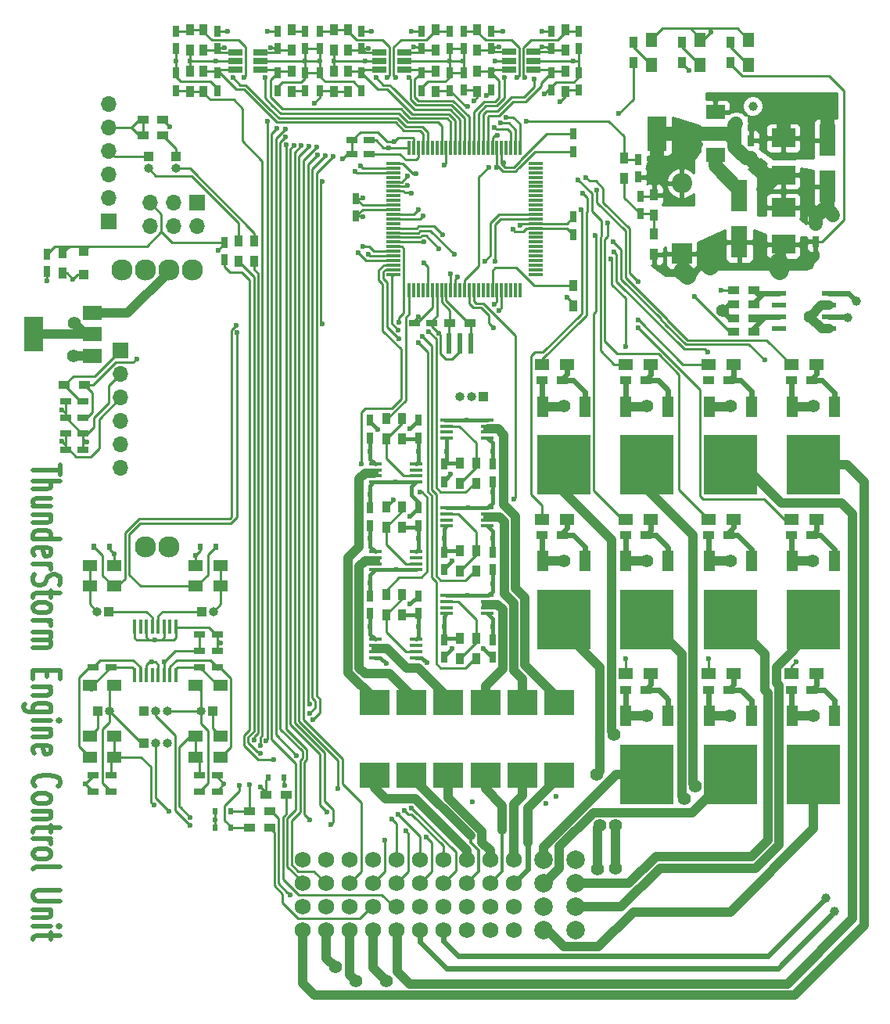
<source format=gbr>
G04 #@! TF.FileFunction,Copper,L1,Top,Signal*
%FSLAX46Y46*%
G04 Gerber Fmt 4.6, Leading zero omitted, Abs format (unit mm)*
G04 Created by KiCad (PCBNEW 4.0.2-stable) date 26.04.2018 20:03:19*
%MOMM*%
G01*
G04 APERTURE LIST*
%ADD10C,0.100000*%
%ADD11C,0.500000*%
%ADD12C,2.300000*%
%ADD13R,1.700000X1.700000*%
%ADD14O,1.700000X1.700000*%
%ADD15R,0.750000X1.200000*%
%ADD16R,2.500000X2.000000*%
%ADD17R,1.200000X0.750000*%
%ADD18R,2.200000X2.200000*%
%ADD19O,2.200000X2.200000*%
%ADD20R,1.800000X3.500000*%
%ADD21R,1.300000X1.500000*%
%ADD22R,1.000000X1.000000*%
%ADD23R,1.500000X0.300000*%
%ADD24R,0.300000X1.500000*%
%ADD25O,1.000000X1.000000*%
%ADD26R,1.200000X2.200000*%
%ADD27R,5.800000X6.400000*%
%ADD28R,2.750000X3.050000*%
%ADD29R,1.550000X0.600000*%
%ADD30R,1.450000X0.450000*%
%ADD31R,0.600000X2.200000*%
%ADD32R,1.500000X1.300000*%
%ADD33R,1.200000X0.900000*%
%ADD34R,0.900000X1.200000*%
%ADD35R,2.000000X3.800000*%
%ADD36R,2.000000X1.500000*%
%ADD37R,0.410000X1.600000*%
%ADD38R,1.560000X0.650000*%
%ADD39R,3.200000X2.700000*%
%ADD40R,0.600000X0.800000*%
%ADD41C,1.750000*%
%ADD42C,2.000000*%
%ADD43C,1.000000*%
%ADD44C,0.600000*%
%ADD45C,1.400000*%
%ADD46C,0.400000*%
%ADD47C,0.250000*%
%ADD48C,1.000000*%
%ADD49C,0.600000*%
%ADD50C,1.500000*%
%ADD51C,2.000000*%
%ADD52C,0.350000*%
%ADD53C,0.254000*%
G04 APERTURE END LIST*
D10*
D11*
X55242857Y-102585712D02*
X55242857Y-103728569D01*
X52242857Y-103157141D02*
X55242857Y-103157141D01*
X52242857Y-104395236D02*
X55242857Y-104395236D01*
X52242857Y-105252379D02*
X53814286Y-105252379D01*
X54100000Y-105157141D01*
X54242857Y-104966665D01*
X54242857Y-104680951D01*
X54100000Y-104490475D01*
X53957143Y-104395236D01*
X54242857Y-107061903D02*
X52242857Y-107061903D01*
X54242857Y-106204760D02*
X52671429Y-106204760D01*
X52385714Y-106299999D01*
X52242857Y-106490475D01*
X52242857Y-106776189D01*
X52385714Y-106966665D01*
X52528571Y-107061903D01*
X54242857Y-108014284D02*
X52242857Y-108014284D01*
X53957143Y-108014284D02*
X54100000Y-108109523D01*
X54242857Y-108299999D01*
X54242857Y-108585713D01*
X54100000Y-108776189D01*
X53814286Y-108871427D01*
X52242857Y-108871427D01*
X52242857Y-110680951D02*
X55242857Y-110680951D01*
X52385714Y-110680951D02*
X52242857Y-110490475D01*
X52242857Y-110109523D01*
X52385714Y-109919047D01*
X52528571Y-109823808D01*
X52814286Y-109728570D01*
X53671429Y-109728570D01*
X53957143Y-109823808D01*
X54100000Y-109919047D01*
X54242857Y-110109523D01*
X54242857Y-110490475D01*
X54100000Y-110680951D01*
X52385714Y-112395237D02*
X52242857Y-112204761D01*
X52242857Y-111823809D01*
X52385714Y-111633332D01*
X52671429Y-111538094D01*
X53814286Y-111538094D01*
X54100000Y-111633332D01*
X54242857Y-111823809D01*
X54242857Y-112204761D01*
X54100000Y-112395237D01*
X53814286Y-112490475D01*
X53528571Y-112490475D01*
X53242857Y-111538094D01*
X52242857Y-113347618D02*
X54242857Y-113347618D01*
X53671429Y-113347618D02*
X53957143Y-113442857D01*
X54100000Y-113538095D01*
X54242857Y-113728571D01*
X54242857Y-113919047D01*
X52385714Y-114490475D02*
X52242857Y-114776190D01*
X52242857Y-115252380D01*
X52385714Y-115442856D01*
X52528571Y-115538094D01*
X52814286Y-115633333D01*
X53100000Y-115633333D01*
X53385714Y-115538094D01*
X53528571Y-115442856D01*
X53671429Y-115252380D01*
X53814286Y-114871428D01*
X53957143Y-114680952D01*
X54100000Y-114585713D01*
X54385714Y-114490475D01*
X54671429Y-114490475D01*
X54957143Y-114585713D01*
X55100000Y-114680952D01*
X55242857Y-114871428D01*
X55242857Y-115347618D01*
X55100000Y-115633333D01*
X54242857Y-116204761D02*
X54242857Y-116966666D01*
X55242857Y-116490475D02*
X52671429Y-116490475D01*
X52385714Y-116585714D01*
X52242857Y-116776190D01*
X52242857Y-116966666D01*
X52242857Y-117919047D02*
X52385714Y-117728571D01*
X52528571Y-117633332D01*
X52814286Y-117538094D01*
X53671429Y-117538094D01*
X53957143Y-117633332D01*
X54100000Y-117728571D01*
X54242857Y-117919047D01*
X54242857Y-118204761D01*
X54100000Y-118395237D01*
X53957143Y-118490475D01*
X53671429Y-118585713D01*
X52814286Y-118585713D01*
X52528571Y-118490475D01*
X52385714Y-118395237D01*
X52242857Y-118204761D01*
X52242857Y-117919047D01*
X52242857Y-119442856D02*
X54242857Y-119442856D01*
X53671429Y-119442856D02*
X53957143Y-119538095D01*
X54100000Y-119633333D01*
X54242857Y-119823809D01*
X54242857Y-120014285D01*
X52242857Y-120680951D02*
X54242857Y-120680951D01*
X53957143Y-120680951D02*
X54100000Y-120776190D01*
X54242857Y-120966666D01*
X54242857Y-121252380D01*
X54100000Y-121442856D01*
X53814286Y-121538094D01*
X52242857Y-121538094D01*
X53814286Y-121538094D02*
X54100000Y-121633332D01*
X54242857Y-121823809D01*
X54242857Y-122109523D01*
X54100000Y-122299999D01*
X53814286Y-122395237D01*
X52242857Y-122395237D01*
X53814286Y-124871428D02*
X53814286Y-125538095D01*
X52242857Y-125823809D02*
X52242857Y-124871428D01*
X55242857Y-124871428D01*
X55242857Y-125823809D01*
X54242857Y-126680952D02*
X52242857Y-126680952D01*
X53957143Y-126680952D02*
X54100000Y-126776191D01*
X54242857Y-126966667D01*
X54242857Y-127252381D01*
X54100000Y-127442857D01*
X53814286Y-127538095D01*
X52242857Y-127538095D01*
X54242857Y-129347619D02*
X51814286Y-129347619D01*
X51528571Y-129252381D01*
X51385714Y-129157143D01*
X51242857Y-128966667D01*
X51242857Y-128680953D01*
X51385714Y-128490476D01*
X52385714Y-129347619D02*
X52242857Y-129157143D01*
X52242857Y-128776191D01*
X52385714Y-128585715D01*
X52528571Y-128490476D01*
X52814286Y-128395238D01*
X53671429Y-128395238D01*
X53957143Y-128490476D01*
X54100000Y-128585715D01*
X54242857Y-128776191D01*
X54242857Y-129157143D01*
X54100000Y-129347619D01*
X52242857Y-130300000D02*
X54242857Y-130300000D01*
X55242857Y-130300000D02*
X55100000Y-130204762D01*
X54957143Y-130300000D01*
X55100000Y-130395239D01*
X55242857Y-130300000D01*
X54957143Y-130300000D01*
X54242857Y-131252381D02*
X52242857Y-131252381D01*
X53957143Y-131252381D02*
X54100000Y-131347620D01*
X54242857Y-131538096D01*
X54242857Y-131823810D01*
X54100000Y-132014286D01*
X53814286Y-132109524D01*
X52242857Y-132109524D01*
X52385714Y-133823810D02*
X52242857Y-133633334D01*
X52242857Y-133252382D01*
X52385714Y-133061905D01*
X52671429Y-132966667D01*
X53814286Y-132966667D01*
X54100000Y-133061905D01*
X54242857Y-133252382D01*
X54242857Y-133633334D01*
X54100000Y-133823810D01*
X53814286Y-133919048D01*
X53528571Y-133919048D01*
X53242857Y-132966667D01*
X52528571Y-137442859D02*
X52385714Y-137347621D01*
X52242857Y-137061906D01*
X52242857Y-136871430D01*
X52385714Y-136585716D01*
X52671429Y-136395240D01*
X52957143Y-136300001D01*
X53528571Y-136204763D01*
X53957143Y-136204763D01*
X54528571Y-136300001D01*
X54814286Y-136395240D01*
X55100000Y-136585716D01*
X55242857Y-136871430D01*
X55242857Y-137061906D01*
X55100000Y-137347621D01*
X54957143Y-137442859D01*
X52242857Y-138585716D02*
X52385714Y-138395240D01*
X52528571Y-138300001D01*
X52814286Y-138204763D01*
X53671429Y-138204763D01*
X53957143Y-138300001D01*
X54100000Y-138395240D01*
X54242857Y-138585716D01*
X54242857Y-138871430D01*
X54100000Y-139061906D01*
X53957143Y-139157144D01*
X53671429Y-139252382D01*
X52814286Y-139252382D01*
X52528571Y-139157144D01*
X52385714Y-139061906D01*
X52242857Y-138871430D01*
X52242857Y-138585716D01*
X54242857Y-140109525D02*
X52242857Y-140109525D01*
X53957143Y-140109525D02*
X54100000Y-140204764D01*
X54242857Y-140395240D01*
X54242857Y-140680954D01*
X54100000Y-140871430D01*
X53814286Y-140966668D01*
X52242857Y-140966668D01*
X54242857Y-141633335D02*
X54242857Y-142395240D01*
X55242857Y-141919049D02*
X52671429Y-141919049D01*
X52385714Y-142014288D01*
X52242857Y-142204764D01*
X52242857Y-142395240D01*
X52242857Y-143061906D02*
X54242857Y-143061906D01*
X53671429Y-143061906D02*
X53957143Y-143157145D01*
X54100000Y-143252383D01*
X54242857Y-143442859D01*
X54242857Y-143633335D01*
X52242857Y-144585716D02*
X52385714Y-144395240D01*
X52528571Y-144300001D01*
X52814286Y-144204763D01*
X53671429Y-144204763D01*
X53957143Y-144300001D01*
X54100000Y-144395240D01*
X54242857Y-144585716D01*
X54242857Y-144871430D01*
X54100000Y-145061906D01*
X53957143Y-145157144D01*
X53671429Y-145252382D01*
X52814286Y-145252382D01*
X52528571Y-145157144D01*
X52385714Y-145061906D01*
X52242857Y-144871430D01*
X52242857Y-144585716D01*
X52242857Y-146395240D02*
X52385714Y-146204764D01*
X52671429Y-146109525D01*
X55242857Y-146109525D01*
X55242857Y-148680954D02*
X52814286Y-148680954D01*
X52528571Y-148776193D01*
X52385714Y-148871431D01*
X52242857Y-149061907D01*
X52242857Y-149442859D01*
X52385714Y-149633335D01*
X52528571Y-149728574D01*
X52814286Y-149823812D01*
X55242857Y-149823812D01*
X54242857Y-150776192D02*
X52242857Y-150776192D01*
X53957143Y-150776192D02*
X54100000Y-150871431D01*
X54242857Y-151061907D01*
X54242857Y-151347621D01*
X54100000Y-151538097D01*
X53814286Y-151633335D01*
X52242857Y-151633335D01*
X52242857Y-152585716D02*
X54242857Y-152585716D01*
X55242857Y-152585716D02*
X55100000Y-152490478D01*
X54957143Y-152585716D01*
X55100000Y-152680955D01*
X55242857Y-152585716D01*
X54957143Y-152585716D01*
X54242857Y-153252383D02*
X54242857Y-154014288D01*
X55242857Y-153538097D02*
X52671429Y-153538097D01*
X52385714Y-153633336D01*
X52242857Y-153823812D01*
X52242857Y-154014288D01*
D12*
X64420000Y-111500000D03*
X66960000Y-111500000D03*
X61880000Y-81500000D03*
X64420000Y-81500000D03*
X66960000Y-81500000D03*
X69500000Y-81500000D03*
D13*
X61750000Y-90250000D03*
D14*
X61750000Y-92790000D03*
X61750000Y-95330000D03*
X61750000Y-97870000D03*
X61750000Y-100410000D03*
X61750000Y-102950000D03*
D15*
X96750000Y-113950000D03*
X96750000Y-112050000D03*
X94000000Y-116800000D03*
X94000000Y-118700000D03*
X102000000Y-113950000D03*
X102000000Y-112050000D03*
X88750000Y-116800000D03*
X88750000Y-118700000D03*
X94000000Y-97800000D03*
X94000000Y-99700000D03*
X96750000Y-104450000D03*
X96750000Y-102550000D03*
X88750000Y-97800000D03*
X88750000Y-99700000D03*
X102000000Y-104450000D03*
X102000000Y-102550000D03*
X96750000Y-123450000D03*
X96750000Y-121550000D03*
X94000000Y-107300000D03*
X94000000Y-109200000D03*
X102000000Y-123450000D03*
X102000000Y-121550000D03*
X88750000Y-107300000D03*
X88750000Y-109200000D03*
D16*
X133500000Y-78750000D03*
X133500000Y-74750000D03*
D15*
X137000000Y-78450000D03*
X137000000Y-76550000D03*
X130000000Y-67550000D03*
X130000000Y-69450000D03*
D16*
X133500000Y-67250000D03*
X133500000Y-71250000D03*
D17*
X70300000Y-136250000D03*
X72200000Y-136250000D03*
X60700000Y-136250000D03*
X58800000Y-136250000D03*
X70300000Y-138000000D03*
X72200000Y-138000000D03*
X60700000Y-138000000D03*
X58800000Y-138000000D03*
X70300000Y-122750000D03*
X72200000Y-122750000D03*
X72200000Y-124500000D03*
X70300000Y-124500000D03*
X58800000Y-124500000D03*
X60700000Y-124500000D03*
X70300000Y-121000000D03*
X72200000Y-121000000D03*
X57700000Y-95750000D03*
X55800000Y-95750000D03*
X57700000Y-97500000D03*
X55800000Y-97500000D03*
X55800000Y-99250000D03*
X57700000Y-99250000D03*
X55800000Y-101000000D03*
X57700000Y-101000000D03*
D15*
X73000000Y-80450000D03*
X73000000Y-78550000D03*
X118000000Y-75450000D03*
X118000000Y-73550000D03*
X117750000Y-69550000D03*
X117750000Y-71450000D03*
X53750000Y-79800000D03*
X53750000Y-81700000D03*
X81750000Y-62100000D03*
X81750000Y-60200000D03*
X81750000Y-55700000D03*
X81750000Y-57600000D03*
X111375000Y-62075000D03*
X111375000Y-60175000D03*
X111375000Y-55675000D03*
X111375000Y-57575000D03*
X78750000Y-60200000D03*
X78750000Y-62100000D03*
X78750000Y-57600000D03*
X78750000Y-55700000D03*
X108375000Y-60175000D03*
X108375000Y-62075000D03*
X108375000Y-57575000D03*
X108375000Y-55675000D03*
X67750000Y-55700000D03*
X67750000Y-57600000D03*
X67750000Y-62100000D03*
X67750000Y-60200000D03*
X98875000Y-55675000D03*
X98875000Y-57575000D03*
X98875000Y-62075000D03*
X98875000Y-60175000D03*
X72250000Y-57600000D03*
X72250000Y-55700000D03*
X72250000Y-60200000D03*
X72250000Y-62100000D03*
X101875000Y-57575000D03*
X101875000Y-55675000D03*
X101875000Y-60175000D03*
X101875000Y-62075000D03*
X97350000Y-62100000D03*
X97350000Y-60200000D03*
X97350000Y-55700000D03*
X97350000Y-57600000D03*
X94350000Y-60200000D03*
X94350000Y-62100000D03*
X94350000Y-57600000D03*
X94350000Y-55700000D03*
X83350000Y-55700000D03*
X83350000Y-57600000D03*
X83350000Y-62100000D03*
X83350000Y-60200000D03*
X87850000Y-57600000D03*
X87850000Y-55700000D03*
X87850000Y-60200000D03*
X87850000Y-62100000D03*
D17*
X88700000Y-69000000D03*
X86800000Y-69000000D03*
D15*
X87250000Y-73800000D03*
X87250000Y-75700000D03*
D17*
X93550000Y-87250000D03*
X95450000Y-87250000D03*
D15*
X110750000Y-77700000D03*
X110750000Y-75800000D03*
X110750000Y-66800000D03*
X110750000Y-68700000D03*
D17*
X88700000Y-67500000D03*
X86800000Y-67500000D03*
D18*
X122500000Y-79750000D03*
D19*
X122500000Y-72130000D03*
D20*
X128750000Y-73500000D03*
X128750000Y-78500000D03*
X138250000Y-67500000D03*
X138250000Y-72500000D03*
D21*
X129750000Y-56650000D03*
X129750000Y-59350000D03*
X124500000Y-56650000D03*
X124500000Y-59350000D03*
X119250000Y-56650000D03*
X119250000Y-59350000D03*
D22*
X57750000Y-82000000D03*
X57750000Y-79500000D03*
D23*
X91300000Y-70000000D03*
X91300000Y-70500000D03*
X91300000Y-71000000D03*
X91300000Y-71500000D03*
X91300000Y-72000000D03*
X91300000Y-72500000D03*
X91300000Y-73000000D03*
X91300000Y-73500000D03*
X91300000Y-74000000D03*
X91300000Y-74500000D03*
X91300000Y-75000000D03*
X91300000Y-75500000D03*
X91300000Y-76000000D03*
X91300000Y-76500000D03*
X91300000Y-77000000D03*
X91300000Y-77500000D03*
X91300000Y-78000000D03*
X91300000Y-78500000D03*
X91300000Y-79000000D03*
X91300000Y-79500000D03*
X91300000Y-80000000D03*
X91300000Y-80500000D03*
X91300000Y-81000000D03*
X91300000Y-81500000D03*
X91300000Y-82000000D03*
D24*
X93000000Y-83700000D03*
X93500000Y-83700000D03*
X94000000Y-83700000D03*
X94500000Y-83700000D03*
X95000000Y-83700000D03*
X95500000Y-83700000D03*
X96000000Y-83700000D03*
X96500000Y-83700000D03*
X97000000Y-83700000D03*
X97500000Y-83700000D03*
X98000000Y-83700000D03*
X98500000Y-83700000D03*
X99000000Y-83700000D03*
X99500000Y-83700000D03*
X100000000Y-83700000D03*
X100500000Y-83700000D03*
X101000000Y-83700000D03*
X101500000Y-83700000D03*
X102000000Y-83700000D03*
X102500000Y-83700000D03*
X103000000Y-83700000D03*
X103500000Y-83700000D03*
X104000000Y-83700000D03*
X104500000Y-83700000D03*
X105000000Y-83700000D03*
D23*
X106700000Y-82000000D03*
X106700000Y-81500000D03*
X106700000Y-81000000D03*
X106700000Y-80500000D03*
X106700000Y-80000000D03*
X106700000Y-79500000D03*
X106700000Y-79000000D03*
X106700000Y-78500000D03*
X106700000Y-78000000D03*
X106700000Y-77500000D03*
X106700000Y-77000000D03*
X106700000Y-76500000D03*
X106700000Y-76000000D03*
X106700000Y-75500000D03*
X106700000Y-75000000D03*
X106700000Y-74500000D03*
X106700000Y-74000000D03*
X106700000Y-73500000D03*
X106700000Y-73000000D03*
X106700000Y-72500000D03*
X106700000Y-72000000D03*
X106700000Y-71500000D03*
X106700000Y-71000000D03*
X106700000Y-70500000D03*
X106700000Y-70000000D03*
D24*
X105000000Y-68300000D03*
X104500000Y-68300000D03*
X104000000Y-68300000D03*
X103500000Y-68300000D03*
X103000000Y-68300000D03*
X102500000Y-68300000D03*
X102000000Y-68300000D03*
X101500000Y-68300000D03*
X101000000Y-68300000D03*
X100500000Y-68300000D03*
X100000000Y-68300000D03*
X99500000Y-68300000D03*
X99000000Y-68300000D03*
X98500000Y-68300000D03*
X98000000Y-68300000D03*
X97500000Y-68300000D03*
X97000000Y-68300000D03*
X96500000Y-68300000D03*
X96000000Y-68300000D03*
X95500000Y-68300000D03*
X95000000Y-68300000D03*
X94500000Y-68300000D03*
X94000000Y-68300000D03*
X93500000Y-68300000D03*
X93000000Y-68300000D03*
D22*
X64750000Y-69250000D03*
D25*
X64750000Y-70520000D03*
D22*
X67750000Y-69250000D03*
D25*
X67750000Y-70520000D03*
D22*
X71750000Y-129250000D03*
D25*
X70480000Y-129250000D03*
D22*
X59250000Y-129250000D03*
D25*
X60520000Y-129250000D03*
D22*
X70500000Y-118500000D03*
D25*
X71770000Y-118500000D03*
D22*
X60500000Y-118500000D03*
D25*
X59230000Y-118500000D03*
D22*
X101000000Y-95250000D03*
D25*
X99730000Y-95250000D03*
X98460000Y-95250000D03*
D26*
X121030000Y-129800000D03*
X116470000Y-129800000D03*
D27*
X118750000Y-136100000D03*
D28*
X117225000Y-137775000D03*
X120275000Y-134425000D03*
X120275000Y-137775000D03*
X117225000Y-134425000D03*
D26*
X130030000Y-129800000D03*
X125470000Y-129800000D03*
D27*
X127750000Y-136100000D03*
D28*
X126225000Y-137775000D03*
X129275000Y-134425000D03*
X129275000Y-137775000D03*
X126225000Y-134425000D03*
D26*
X121030000Y-113050000D03*
X116470000Y-113050000D03*
D27*
X118750000Y-119350000D03*
D28*
X117225000Y-121025000D03*
X120275000Y-117675000D03*
X120275000Y-121025000D03*
X117225000Y-117675000D03*
D26*
X139030000Y-129800000D03*
X134470000Y-129800000D03*
D27*
X136750000Y-136100000D03*
D28*
X135225000Y-137775000D03*
X138275000Y-134425000D03*
X138275000Y-137775000D03*
X135225000Y-134425000D03*
D29*
X133050000Y-84095000D03*
X133050000Y-85365000D03*
X133050000Y-86635000D03*
X133050000Y-87905000D03*
X138450000Y-87905000D03*
X138450000Y-86635000D03*
X138450000Y-85365000D03*
X138450000Y-84095000D03*
D26*
X139030000Y-113050000D03*
X134470000Y-113050000D03*
D27*
X136750000Y-119350000D03*
D28*
X135225000Y-121025000D03*
X138275000Y-117675000D03*
X138275000Y-121025000D03*
X135225000Y-117675000D03*
D26*
X130030000Y-113050000D03*
X125470000Y-113050000D03*
D27*
X127750000Y-119350000D03*
D28*
X126225000Y-121025000D03*
X129275000Y-117675000D03*
X129275000Y-121025000D03*
X126225000Y-117675000D03*
D26*
X112030000Y-96300000D03*
X107470000Y-96300000D03*
D27*
X109750000Y-102600000D03*
D28*
X108225000Y-104275000D03*
X111275000Y-100925000D03*
X111275000Y-104275000D03*
X108225000Y-100925000D03*
D26*
X130030000Y-96300000D03*
X125470000Y-96300000D03*
D27*
X127750000Y-102600000D03*
D28*
X126225000Y-104275000D03*
X129275000Y-100925000D03*
X129275000Y-104275000D03*
X126225000Y-100925000D03*
D26*
X139030000Y-96300000D03*
X134470000Y-96300000D03*
D27*
X136750000Y-102600000D03*
D28*
X135225000Y-104275000D03*
X138275000Y-100925000D03*
X138275000Y-104275000D03*
X135225000Y-100925000D03*
D26*
X112030000Y-113050000D03*
X107470000Y-113050000D03*
D27*
X109750000Y-119350000D03*
D28*
X108225000Y-121025000D03*
X111275000Y-117675000D03*
X111275000Y-121025000D03*
X108225000Y-117675000D03*
D26*
X121030000Y-96300000D03*
X116470000Y-96300000D03*
D27*
X118750000Y-102600000D03*
D28*
X117225000Y-104275000D03*
X120275000Y-100925000D03*
X120275000Y-104275000D03*
X117225000Y-100925000D03*
D30*
X97050000Y-107275000D03*
X97050000Y-107925000D03*
X97050000Y-108575000D03*
X97050000Y-109225000D03*
X101450000Y-109225000D03*
X101450000Y-108575000D03*
X101450000Y-107925000D03*
X101450000Y-107275000D03*
X93700000Y-123475000D03*
X93700000Y-122825000D03*
X93700000Y-122175000D03*
X93700000Y-121525000D03*
X89300000Y-121525000D03*
X89300000Y-122175000D03*
X89300000Y-122825000D03*
X89300000Y-123475000D03*
X93700000Y-104475000D03*
X93700000Y-103825000D03*
X93700000Y-103175000D03*
X93700000Y-102525000D03*
X89300000Y-102525000D03*
X89300000Y-103175000D03*
X89300000Y-103825000D03*
X89300000Y-104475000D03*
X97050000Y-97775000D03*
X97050000Y-98425000D03*
X97050000Y-99075000D03*
X97050000Y-99725000D03*
X101450000Y-99725000D03*
X101450000Y-99075000D03*
X101450000Y-98425000D03*
X101450000Y-97775000D03*
X97050000Y-116775000D03*
X97050000Y-117425000D03*
X97050000Y-118075000D03*
X97050000Y-118725000D03*
X101450000Y-118725000D03*
X101450000Y-118075000D03*
X101450000Y-117425000D03*
X101450000Y-116775000D03*
X93700000Y-113975000D03*
X93700000Y-113325000D03*
X93700000Y-112675000D03*
X93700000Y-112025000D03*
X89300000Y-112025000D03*
X89300000Y-112675000D03*
X89300000Y-113325000D03*
X89300000Y-113975000D03*
D31*
X98500000Y-89500000D03*
X99700000Y-89500000D03*
X97300000Y-89500000D03*
D32*
X119100000Y-125250000D03*
X116400000Y-125250000D03*
D33*
X118600000Y-127000000D03*
X116400000Y-127000000D03*
D32*
X128100000Y-125250000D03*
X125400000Y-125250000D03*
D33*
X127600000Y-127000000D03*
X125400000Y-127000000D03*
D32*
X119100000Y-108500000D03*
X116400000Y-108500000D03*
D33*
X118600000Y-110250000D03*
X116400000Y-110250000D03*
D32*
X137100000Y-125250000D03*
X134400000Y-125250000D03*
D33*
X136600000Y-127000000D03*
X134400000Y-127000000D03*
X130350000Y-85250000D03*
X128150000Y-85250000D03*
X130350000Y-83750000D03*
X128150000Y-83750000D03*
X130350000Y-88250000D03*
X128150000Y-88250000D03*
X130350000Y-86750000D03*
X128150000Y-86750000D03*
D32*
X137100000Y-108500000D03*
X134400000Y-108500000D03*
D33*
X136600000Y-110250000D03*
X134400000Y-110250000D03*
D32*
X128100000Y-108500000D03*
X125400000Y-108500000D03*
D33*
X127600000Y-110250000D03*
X125400000Y-110250000D03*
D32*
X110100000Y-91750000D03*
X107400000Y-91750000D03*
D33*
X109600000Y-93500000D03*
X107400000Y-93500000D03*
D32*
X128100000Y-91750000D03*
X125400000Y-91750000D03*
D33*
X127600000Y-93500000D03*
X125400000Y-93500000D03*
D32*
X137100000Y-91750000D03*
X134400000Y-91750000D03*
D33*
X136600000Y-93500000D03*
X134400000Y-93500000D03*
D32*
X110100000Y-108500000D03*
X107400000Y-108500000D03*
D33*
X109600000Y-110250000D03*
X107400000Y-110250000D03*
D32*
X119100000Y-91750000D03*
X116400000Y-91750000D03*
D33*
X118600000Y-93500000D03*
X116400000Y-93500000D03*
D34*
X100250000Y-111900000D03*
X100250000Y-114100000D03*
X98500000Y-114100000D03*
X98500000Y-111900000D03*
X90500000Y-118850000D03*
X90500000Y-116650000D03*
X92250000Y-116650000D03*
X92250000Y-118850000D03*
X90500000Y-99850000D03*
X90500000Y-97650000D03*
X92250000Y-97650000D03*
X92250000Y-99850000D03*
X100250000Y-102400000D03*
X100250000Y-104600000D03*
X98500000Y-104600000D03*
X98500000Y-102400000D03*
X100250000Y-121400000D03*
X100250000Y-123600000D03*
X98500000Y-123600000D03*
X98500000Y-121400000D03*
X90500000Y-109350000D03*
X90500000Y-107150000D03*
X92250000Y-107150000D03*
X92250000Y-109350000D03*
X127750000Y-59100000D03*
X127750000Y-56900000D03*
X122500000Y-59100000D03*
X122500000Y-56900000D03*
X117250000Y-59100000D03*
X117250000Y-56900000D03*
D32*
X72600000Y-132000000D03*
X69900000Y-132000000D03*
X58400000Y-132000000D03*
X61100000Y-132000000D03*
X72600000Y-134250000D03*
X69900000Y-134250000D03*
X72600000Y-126500000D03*
X69900000Y-126500000D03*
X58400000Y-134250000D03*
X61100000Y-134250000D03*
X58400000Y-126500000D03*
X61100000Y-126500000D03*
X72600000Y-113500000D03*
X69900000Y-113500000D03*
X58400000Y-113500000D03*
X61100000Y-113500000D03*
X69900000Y-115750000D03*
X72600000Y-115750000D03*
X61100000Y-115750000D03*
X58400000Y-115750000D03*
D33*
X55650000Y-94000000D03*
X57850000Y-94000000D03*
D34*
X76250000Y-80600000D03*
X76250000Y-78400000D03*
X74500000Y-80600000D03*
X74500000Y-78400000D03*
D33*
X64150000Y-65250000D03*
X66350000Y-65250000D03*
X64150000Y-67000000D03*
X66350000Y-67000000D03*
D34*
X119500000Y-79850000D03*
X119500000Y-77650000D03*
X119500000Y-75600000D03*
X119500000Y-73400000D03*
X116250000Y-69400000D03*
X116250000Y-71600000D03*
X55500000Y-81850000D03*
X55500000Y-79650000D03*
X80250000Y-60050000D03*
X80250000Y-62250000D03*
X80250000Y-57750000D03*
X80250000Y-55550000D03*
X109875000Y-60025000D03*
X109875000Y-62225000D03*
X109875000Y-57725000D03*
X109875000Y-55525000D03*
X69250000Y-55550000D03*
X69250000Y-57750000D03*
X69250000Y-62250000D03*
X69250000Y-60050000D03*
X70750000Y-57750000D03*
X70750000Y-55550000D03*
X70750000Y-60050000D03*
X70750000Y-62250000D03*
X100375000Y-57725000D03*
X100375000Y-55525000D03*
X100375000Y-60025000D03*
X100375000Y-62225000D03*
X95850000Y-60050000D03*
X95850000Y-62250000D03*
X95850000Y-57750000D03*
X95850000Y-55550000D03*
X84850000Y-55550000D03*
X84850000Y-57750000D03*
X84850000Y-62250000D03*
X84850000Y-60050000D03*
X86350000Y-57750000D03*
X86350000Y-55550000D03*
X86350000Y-60050000D03*
X86350000Y-62250000D03*
D33*
X97400000Y-87250000D03*
X99600000Y-87250000D03*
D34*
X110800000Y-85400000D03*
X110800000Y-83200000D03*
D35*
X119850000Y-66750000D03*
D36*
X126150000Y-66750000D03*
X126150000Y-64450000D03*
X126150000Y-69050000D03*
D37*
X67722500Y-120095700D03*
X67087500Y-120095700D03*
X66452500Y-120095700D03*
X65817500Y-120095700D03*
X65182500Y-120095700D03*
X64547500Y-120095700D03*
X63912500Y-120095700D03*
X63277500Y-120095700D03*
X63277500Y-125404300D03*
X63912500Y-125404300D03*
X64547500Y-125404300D03*
X65182500Y-125404300D03*
X65817500Y-125404300D03*
X66452500Y-125404300D03*
X67087500Y-125404300D03*
X67722500Y-125404300D03*
D13*
X60500000Y-76250000D03*
D14*
X60500000Y-73710000D03*
X60500000Y-71170000D03*
X60500000Y-68630000D03*
X60500000Y-66090000D03*
X60500000Y-63550000D03*
D13*
X70000000Y-74250000D03*
D14*
X70000000Y-76790000D03*
X67460000Y-74250000D03*
X67460000Y-76790000D03*
X64920000Y-74250000D03*
X64920000Y-76790000D03*
D38*
X76850000Y-59850000D03*
X76850000Y-58900000D03*
X76850000Y-57950000D03*
X74150000Y-57950000D03*
X74150000Y-59850000D03*
X74150000Y-58900000D03*
X106475000Y-59825000D03*
X106475000Y-58875000D03*
X106475000Y-57925000D03*
X103775000Y-57925000D03*
X103775000Y-59825000D03*
X103775000Y-58875000D03*
X92450000Y-59850000D03*
X92450000Y-58900000D03*
X92450000Y-57950000D03*
X89750000Y-57950000D03*
X89750000Y-59850000D03*
X89750000Y-58900000D03*
D35*
X52350000Y-88500000D03*
D36*
X58650000Y-88500000D03*
X58650000Y-86200000D03*
X58650000Y-90800000D03*
D22*
X64250000Y-129250000D03*
D25*
X65520000Y-129250000D03*
X66790000Y-129250000D03*
D22*
X64250000Y-132750000D03*
D25*
X65520000Y-132750000D03*
X66790000Y-132750000D03*
D39*
X89250000Y-136200000D03*
X89250000Y-128300000D03*
X105250000Y-136200000D03*
X105250000Y-128300000D03*
X97250000Y-136200000D03*
X97250000Y-128300000D03*
X109250000Y-136200000D03*
X109250000Y-128300000D03*
X101250000Y-136200000D03*
X101250000Y-128300000D03*
X93250000Y-136200000D03*
X93250000Y-128300000D03*
D40*
X71950000Y-141900000D03*
X73650000Y-141900000D03*
X71950000Y-140100000D03*
X73650000Y-140100000D03*
X79450000Y-136500000D03*
X77750000Y-136500000D03*
X70350000Y-111500000D03*
X72050000Y-111500000D03*
X60550000Y-111500000D03*
X58850000Y-111500000D03*
D33*
X75700000Y-141900000D03*
X77900000Y-141900000D03*
X75700000Y-140100000D03*
X77900000Y-140100000D03*
X77500000Y-138300000D03*
X79700000Y-138300000D03*
D41*
X81460000Y-145360000D03*
D42*
X107520000Y-145360000D03*
X107520000Y-147900000D03*
X107520000Y-150440000D03*
X107520000Y-152980000D03*
X111020000Y-145360000D03*
X111020000Y-147900000D03*
X111020000Y-150440000D03*
X111020000Y-152980000D03*
D41*
X84000000Y-145360000D03*
X86540000Y-145360000D03*
X89080000Y-145360000D03*
X91620000Y-145360000D03*
X94160000Y-145360000D03*
X96700000Y-145360000D03*
X99240000Y-145360000D03*
X101780000Y-145360000D03*
X104320000Y-145360000D03*
X81460000Y-147900000D03*
X84000000Y-147900000D03*
X86540000Y-147900000D03*
X89080000Y-147900000D03*
X91620000Y-147900000D03*
X94160000Y-147900000D03*
X96700000Y-147900000D03*
X99240000Y-147900000D03*
X101780000Y-147900000D03*
X104320000Y-147900000D03*
X81460000Y-150440000D03*
X84000000Y-150440000D03*
X86540000Y-150440000D03*
X89080000Y-150440000D03*
X91620000Y-150440000D03*
X94160000Y-150440000D03*
X96700000Y-150440000D03*
X99240000Y-150440000D03*
X101780000Y-150440000D03*
X104320000Y-150440000D03*
X81460000Y-152980000D03*
X84000000Y-152980000D03*
X86540000Y-152980000D03*
X89080000Y-152980000D03*
X91620000Y-152980000D03*
X94160000Y-152980000D03*
X96700000Y-152980000D03*
X99240000Y-152980000D03*
X101780000Y-152980000D03*
X104320000Y-152980000D03*
D43*
X130200000Y-63800000D03*
D44*
X101000000Y-122500000D03*
X97600000Y-122500000D03*
X93100000Y-117700000D03*
X88750000Y-115400000D03*
X102000000Y-115500000D03*
X97600000Y-113000000D03*
X88750000Y-105800000D03*
X93100000Y-108200000D03*
X97500000Y-103600000D03*
X102000000Y-105600000D03*
X93100000Y-98700000D03*
X89600000Y-98800000D03*
X94900000Y-124000000D03*
X90500000Y-124100000D03*
X99300000Y-116775000D03*
X91600000Y-113975000D03*
X99400000Y-107275000D03*
X91500000Y-104475000D03*
X99250000Y-97775000D03*
X72600000Y-121900000D03*
X55425000Y-96650000D03*
X58075000Y-100175000D03*
X101350000Y-62650000D03*
X107600000Y-62500000D03*
X105000000Y-76700000D03*
X85750000Y-69500000D03*
X88000000Y-75750000D03*
D45*
X136400000Y-86600000D03*
X56700000Y-87275000D03*
X126900000Y-85925000D03*
D44*
X125650000Y-55800000D03*
X67050000Y-66000000D03*
X53750000Y-82675000D03*
X65150000Y-123975000D03*
X65500000Y-121600000D03*
X57925000Y-137150000D03*
X72950000Y-137125000D03*
X67750000Y-58875000D03*
X73325000Y-55700000D03*
X77675000Y-55700000D03*
X81750000Y-58875000D03*
X83350000Y-58875000D03*
X88950000Y-55675000D03*
X93250000Y-55700000D03*
X98850000Y-58900000D03*
X97350000Y-58900000D03*
X103100000Y-55675000D03*
X107375000Y-55675000D03*
X110800000Y-58875000D03*
X102000000Y-120100000D03*
X96750000Y-120100000D03*
X94000000Y-120100000D03*
X88750000Y-120100000D03*
X102000000Y-110600000D03*
X96750000Y-110600000D03*
X94000000Y-110600000D03*
X88750000Y-110600000D03*
X102000000Y-101200000D03*
X97050000Y-101200000D03*
X94000000Y-101200000D03*
X88750000Y-101200000D03*
D43*
X123200000Y-66800000D03*
X119900000Y-71500000D03*
X119900000Y-70200000D03*
X138900000Y-75600000D03*
X131300000Y-72800000D03*
X128400000Y-65700000D03*
D45*
X109750000Y-96250000D03*
X118750000Y-96250000D03*
X127750000Y-96250000D03*
X136750000Y-96250000D03*
X109750000Y-113000000D03*
X136750000Y-129750000D03*
X127750000Y-113000000D03*
X136700000Y-113000000D03*
X118700000Y-129800000D03*
X127700000Y-129800000D03*
X118700000Y-113050000D03*
D44*
X102500000Y-70400000D03*
X91400000Y-67600000D03*
X96200000Y-88400000D03*
D43*
X123100000Y-82100000D03*
X133100000Y-81600000D03*
X136300000Y-81000000D03*
X125600000Y-81000000D03*
D44*
X55400000Y-100100000D03*
X94000000Y-86600000D03*
X104200000Y-77100000D03*
X88000000Y-73750000D03*
X72000000Y-141000000D03*
X79500000Y-137300000D03*
X69900000Y-112400000D03*
D45*
X56675000Y-90800000D03*
D44*
X110100000Y-84500000D03*
X123250000Y-59925000D03*
X56600000Y-82500000D03*
X61100000Y-112275000D03*
X66452500Y-123972500D03*
X72100000Y-58900000D03*
X69250000Y-58900000D03*
X88200000Y-58900000D03*
X84850000Y-58900000D03*
X102250000Y-58875000D03*
D43*
X133500000Y-63800000D03*
X138300000Y-63700000D03*
D44*
X103200000Y-69900000D03*
X90800000Y-68300000D03*
X69300000Y-140775000D03*
X65375000Y-139475000D03*
X63475000Y-91175000D03*
X83600000Y-87400000D03*
X83600000Y-71950000D03*
X96800000Y-70200000D03*
X94550000Y-80750000D03*
X72300000Y-79375000D03*
X102550000Y-66925000D03*
X105650000Y-65425000D03*
X109300000Y-63300000D03*
X83000000Y-68250000D03*
X84075000Y-140200000D03*
X94800000Y-142900000D03*
X105500000Y-60700000D03*
X80500000Y-68025000D03*
X77400000Y-60700000D03*
X78000000Y-57500000D03*
X107400000Y-57400000D03*
X106500000Y-60900000D03*
X75100000Y-60700000D03*
X77650000Y-65450000D03*
X77500000Y-132500000D03*
X108875000Y-138475000D03*
X76850000Y-132975000D03*
X107825000Y-139300000D03*
X79625000Y-67100000D03*
X104700000Y-60700000D03*
X92600000Y-142225000D03*
X100000000Y-63200000D03*
X81325000Y-68100000D03*
X84500000Y-141525000D03*
X73900000Y-60700000D03*
X73000000Y-57500000D03*
X103300000Y-60700000D03*
X102700000Y-57400000D03*
X99325000Y-63850000D03*
X85300000Y-137625000D03*
X99875000Y-139075000D03*
X82175000Y-68175000D03*
X91500000Y-60700000D03*
X79575000Y-66250000D03*
X93250000Y-139800000D03*
X80775000Y-134075000D03*
X93000000Y-60700000D03*
X93500000Y-57400000D03*
X90600000Y-60700000D03*
X78700000Y-66200000D03*
X82200000Y-141025000D03*
X90350000Y-143275000D03*
X79675000Y-67950000D03*
X82725000Y-63450000D03*
X89400000Y-60700000D03*
X88600000Y-57600000D03*
X117800000Y-86900000D03*
X117800000Y-82800000D03*
X93700000Y-71100000D03*
X112100000Y-71500000D03*
X111300000Y-71800000D03*
X92800000Y-71400000D03*
X113300000Y-72900000D03*
X92800000Y-72400000D03*
X111800000Y-73200000D03*
X93200000Y-73200000D03*
X111600000Y-75000000D03*
X94000000Y-75000000D03*
X94500000Y-75700000D03*
X114500000Y-76400000D03*
X96600000Y-77700000D03*
X113100000Y-77800000D03*
X114800000Y-80300000D03*
X116400000Y-123600000D03*
X116400000Y-89800000D03*
X97850000Y-79850000D03*
X96200000Y-79200000D03*
X115200000Y-79600000D03*
X125400000Y-123600000D03*
X125300000Y-90400000D03*
X115100000Y-78500000D03*
X94600000Y-78500000D03*
X134900000Y-123900000D03*
X131500000Y-91300000D03*
X91900000Y-87200000D03*
X95100000Y-88200000D03*
X88000000Y-78975000D03*
X88575000Y-79850000D03*
X87450000Y-79625000D03*
X87800000Y-102500000D03*
X94200000Y-105600000D03*
X94000000Y-89400000D03*
X91900000Y-89000000D03*
X94400000Y-88700000D03*
X91800000Y-88000000D03*
X97500000Y-81975000D03*
X126775000Y-83750000D03*
X98250000Y-82325000D03*
X123875000Y-84425000D03*
X115675000Y-64625000D03*
X101575000Y-70400000D03*
X102100000Y-87800000D03*
X117800000Y-87800000D03*
X91300000Y-106400000D03*
X104300000Y-106300000D03*
X102175000Y-85250000D03*
X74300000Y-87500000D03*
X102700000Y-85900000D03*
X74375000Y-88325000D03*
X102300000Y-80550000D03*
X101200000Y-80550000D03*
X87700000Y-70225000D03*
X87150000Y-70875000D03*
D45*
X122750000Y-138750000D03*
X90500000Y-158500000D03*
X115200000Y-131800000D03*
X115300000Y-141675000D03*
X115300000Y-146300000D03*
X85000000Y-157000000D03*
X113300000Y-136100000D03*
X113400000Y-146400000D03*
X113650000Y-141675000D03*
X123925000Y-137375000D03*
X87200000Y-158500000D03*
D44*
X92450000Y-140000000D03*
X78350000Y-134550000D03*
X80100000Y-149150000D03*
X69300000Y-141675000D03*
X66950000Y-140125000D03*
D43*
X140450000Y-86650000D03*
X138075000Y-149525000D03*
X141400000Y-84950000D03*
X139075000Y-150975000D03*
D44*
X103075000Y-142150000D03*
X99638970Y-142736030D03*
X76200000Y-132425000D03*
X91075000Y-140925000D03*
X91775000Y-140475000D03*
X76850000Y-133875000D03*
X103475000Y-64975000D03*
X83075000Y-69075000D03*
X82200000Y-128475000D03*
X74600000Y-137300000D03*
X82200000Y-129500000D03*
X83900000Y-69150000D03*
X102925000Y-65625000D03*
X75700000Y-137200000D03*
X76900000Y-137500000D03*
X102225000Y-66075000D03*
X84725000Y-69225000D03*
X82575000Y-130225000D03*
D46*
X102000000Y-123450000D02*
X101950000Y-123450000D01*
X101950000Y-123450000D02*
X101000000Y-122500000D01*
X96750000Y-123450000D02*
X96750000Y-123350000D01*
X96750000Y-123350000D02*
X97600000Y-122500000D01*
X94000000Y-116800000D02*
X93100000Y-117700000D01*
X88750000Y-116800000D02*
X88750000Y-115400000D01*
X88750000Y-115400000D02*
X88750000Y-114525000D01*
X88750000Y-114525000D02*
X89300000Y-113975000D01*
X102000000Y-113950000D02*
X102000000Y-115500000D01*
X102000000Y-115500000D02*
X102000000Y-116299998D01*
X102000000Y-116299998D02*
X101524998Y-116775000D01*
X101524998Y-116775000D02*
X101450000Y-116775000D01*
X96750000Y-113950000D02*
X96750000Y-113850000D01*
X96750000Y-113850000D02*
X97600000Y-113000000D01*
X88750000Y-107300000D02*
X88750000Y-105800000D01*
X88750000Y-105800000D02*
X88750000Y-104850002D01*
X88750000Y-104850002D02*
X89125002Y-104475000D01*
X89125002Y-104475000D02*
X89300000Y-104475000D01*
X94000000Y-107300000D02*
X93100000Y-108200000D01*
X94000000Y-107300000D02*
X94000000Y-106700000D01*
X94000000Y-106700000D02*
X93200000Y-105900000D01*
X93200000Y-105900000D02*
X93200000Y-104975000D01*
X93200000Y-104975000D02*
X93700000Y-104475000D01*
X96750000Y-104450000D02*
X96750000Y-104350000D01*
X96750000Y-104350000D02*
X97500000Y-103600000D01*
X102000000Y-104450000D02*
X102000000Y-105600000D01*
X102000000Y-105600000D02*
X102000000Y-106725000D01*
X102000000Y-106725000D02*
X101450000Y-107275000D01*
X94000000Y-97800000D02*
X93100000Y-98700000D01*
X88750000Y-97800000D02*
X88750000Y-97950000D01*
X88750000Y-97950000D02*
X89600000Y-98800000D01*
X93700000Y-123475000D02*
X94375000Y-123475000D01*
X94375000Y-123475000D02*
X94900000Y-124000000D01*
X89300000Y-123475000D02*
X89875000Y-123475000D01*
X89875000Y-123475000D02*
X90500000Y-124100000D01*
X97050000Y-116775000D02*
X99300000Y-116775000D01*
X99300000Y-116775000D02*
X101450000Y-116775000D01*
X89300000Y-113975000D02*
X91600000Y-113975000D01*
X91600000Y-113975000D02*
X93700000Y-113975000D01*
X97050000Y-107275000D02*
X99400000Y-107275000D01*
X99400000Y-107275000D02*
X101450000Y-107275000D01*
X93700000Y-104475000D02*
X91500000Y-104475000D01*
X91500000Y-104475000D02*
X89300000Y-104475000D01*
X101450000Y-97775000D02*
X99250000Y-97775000D01*
X99250000Y-97775000D02*
X97050000Y-97775000D01*
X97050000Y-97775000D02*
X96875000Y-97775000D01*
D47*
X72200000Y-121000000D02*
X72100000Y-121000000D01*
X72100000Y-121000000D02*
X71300000Y-120200000D01*
X71300000Y-120200000D02*
X67826800Y-120200000D01*
X67826800Y-120200000D02*
X67722500Y-120095700D01*
X72200000Y-121000000D02*
X72200000Y-121500000D01*
X72200000Y-121500000D02*
X72600000Y-121900000D01*
X72200000Y-121000000D02*
X72200000Y-122750000D01*
X57700000Y-99250000D02*
X58150000Y-99250000D01*
X58150000Y-99250000D02*
X58900000Y-98500000D01*
X60500000Y-94040000D02*
X61750000Y-92790000D01*
X60500000Y-95900000D02*
X60500000Y-94040000D01*
X58900000Y-97500000D02*
X60500000Y-95900000D01*
X58900000Y-98500000D02*
X58900000Y-97500000D01*
X55800000Y-97500000D02*
X55800000Y-97025000D01*
X55800000Y-97025000D02*
X55425000Y-96650000D01*
X57700000Y-99250000D02*
X57700000Y-99800000D01*
X57700000Y-99800000D02*
X58075000Y-100175000D01*
X101875000Y-62075000D02*
X101875000Y-62125000D01*
X101875000Y-62125000D02*
X101350000Y-62650000D01*
X108375000Y-62075000D02*
X108025000Y-62075000D01*
X108025000Y-62075000D02*
X107600000Y-62500000D01*
X106700000Y-76500000D02*
X105200000Y-76500000D01*
X105200000Y-76500000D02*
X105000000Y-76700000D01*
X86800000Y-69000000D02*
X86250000Y-69000000D01*
X86250000Y-69000000D02*
X85750000Y-69500000D01*
X87250000Y-75700000D02*
X87950000Y-75700000D01*
X87950000Y-75700000D02*
X88000000Y-75750000D01*
X118000000Y-73550000D02*
X119350000Y-73550000D01*
X119350000Y-73550000D02*
X119500000Y-73400000D01*
D48*
X138450000Y-87905000D02*
X137655000Y-87905000D01*
X137635000Y-85365000D02*
X136400000Y-86600000D01*
X137635000Y-85365000D02*
X138450000Y-85365000D01*
X136400000Y-86650000D02*
X136400000Y-86600000D01*
X137655000Y-87905000D02*
X136400000Y-86650000D01*
X58650000Y-88500000D02*
X57925000Y-88500000D01*
X57925000Y-88500000D02*
X56700000Y-87275000D01*
X52350000Y-88500000D02*
X58650000Y-88500000D01*
D49*
X128150000Y-86750000D02*
X127725000Y-86750000D01*
X127725000Y-86750000D02*
X126900000Y-85925000D01*
X128150000Y-85250000D02*
X127575000Y-85250000D01*
X127575000Y-85250000D02*
X126900000Y-85925000D01*
D47*
X124500000Y-56650000D02*
X124800000Y-56650000D01*
X124800000Y-56650000D02*
X125650000Y-55800000D01*
X124500000Y-56650000D02*
X124500000Y-56425000D01*
X124500000Y-56425000D02*
X123475000Y-55400000D01*
X119250000Y-56650000D02*
X119250000Y-56575000D01*
X119250000Y-56575000D02*
X120425000Y-55400000D01*
X120425000Y-55400000D02*
X123475000Y-55400000D01*
X123475000Y-55400000D02*
X128500000Y-55400000D01*
X128500000Y-55400000D02*
X129750000Y-56650000D01*
X55800000Y-95750000D02*
X55850000Y-95750000D01*
X55800000Y-97500000D02*
X55800000Y-95750000D01*
X57700000Y-99250000D02*
X57550000Y-99250000D01*
X57550000Y-99250000D02*
X55800000Y-97500000D01*
X57700000Y-101000000D02*
X57700000Y-99250000D01*
X66350000Y-65250000D02*
X66350000Y-65300000D01*
X66350000Y-65300000D02*
X67050000Y-66000000D01*
X53750000Y-81700000D02*
X53750000Y-82675000D01*
X64547500Y-125404300D02*
X64547500Y-124277500D01*
X65817500Y-124267500D02*
X65817500Y-125404300D01*
X65525000Y-123975000D02*
X65817500Y-124267500D01*
X64850000Y-123975000D02*
X65150000Y-123975000D01*
X65150000Y-123975000D02*
X65525000Y-123975000D01*
X64547500Y-124277500D02*
X64850000Y-123975000D01*
X66452500Y-120095700D02*
X66452500Y-121297500D01*
X66452500Y-121297500D02*
X66150000Y-121600000D01*
X64547500Y-120095700D02*
X64547500Y-121322500D01*
X64547500Y-121322500D02*
X64825000Y-121600000D01*
X63277500Y-120095700D02*
X63277500Y-121402500D01*
X67722500Y-121352500D02*
X67722500Y-120095700D01*
X67475000Y-121600000D02*
X67722500Y-121352500D01*
X63475000Y-121600000D02*
X64825000Y-121600000D01*
X64825000Y-121600000D02*
X65500000Y-121600000D01*
X65500000Y-121600000D02*
X66150000Y-121600000D01*
X66150000Y-121600000D02*
X67475000Y-121600000D01*
X63277500Y-121402500D02*
X63475000Y-121600000D01*
X58800000Y-138000000D02*
X58775000Y-138000000D01*
X58775000Y-138000000D02*
X57925000Y-137150000D01*
X58800000Y-136250000D02*
X58800000Y-136275000D01*
X58800000Y-136275000D02*
X57925000Y-137150000D01*
X72200000Y-138000000D02*
X72200000Y-137875000D01*
X72200000Y-137875000D02*
X72950000Y-137125000D01*
X72200000Y-136250000D02*
X72200000Y-136375000D01*
X72200000Y-136375000D02*
X72950000Y-137125000D01*
X67750000Y-58875000D02*
X67750000Y-60200000D01*
X67750000Y-57600000D02*
X67750000Y-58875000D01*
X72250000Y-62100000D02*
X72250000Y-61900000D01*
X72250000Y-61900000D02*
X71500000Y-61150000D01*
X71500000Y-61150000D02*
X68250000Y-61150000D01*
X68250000Y-61150000D02*
X67750000Y-60650000D01*
X67750000Y-60650000D02*
X67750000Y-60200000D01*
X72250000Y-55700000D02*
X73325000Y-55700000D01*
X78750000Y-55700000D02*
X77675000Y-55700000D01*
X76850000Y-58900000D02*
X81725000Y-58900000D01*
X81725000Y-58900000D02*
X81750000Y-58875000D01*
X78750000Y-62100000D02*
X78750000Y-61725000D01*
X78750000Y-61725000D02*
X79300000Y-61175000D01*
X79300000Y-61175000D02*
X81325000Y-61175000D01*
X81325000Y-61175000D02*
X81750000Y-60750000D01*
X81750000Y-60750000D02*
X81750000Y-60200000D01*
X81750000Y-58875000D02*
X83350000Y-58875000D01*
X83350000Y-60200000D02*
X81750000Y-60200000D01*
X81750000Y-60200000D02*
X81750000Y-58875000D01*
X81750000Y-58875000D02*
X81750000Y-57600000D01*
X81750000Y-57600000D02*
X83350000Y-57600000D01*
X83350000Y-57600000D02*
X83350000Y-58875000D01*
X83350000Y-58875000D02*
X83350000Y-60200000D01*
X87850000Y-62100000D02*
X87850000Y-62025000D01*
X87850000Y-62025000D02*
X86975000Y-61150000D01*
X86975000Y-61150000D02*
X83900000Y-61150000D01*
X83900000Y-61150000D02*
X83350000Y-60600000D01*
X83350000Y-60600000D02*
X83350000Y-60200000D01*
X87850000Y-55700000D02*
X88925000Y-55700000D01*
X88925000Y-55700000D02*
X88950000Y-55675000D01*
X94350000Y-55700000D02*
X93250000Y-55700000D01*
X94350000Y-62100000D02*
X94350000Y-61775000D01*
X94350000Y-61775000D02*
X94975000Y-61150000D01*
X94975000Y-61150000D02*
X96900000Y-61150000D01*
X96900000Y-61150000D02*
X97350000Y-60700000D01*
X97350000Y-60700000D02*
X97350000Y-60200000D01*
X92450000Y-58900000D02*
X97350000Y-58900000D01*
X97350000Y-58900000D02*
X98850000Y-58900000D01*
X98850000Y-58900000D02*
X98875000Y-58875000D01*
X97350000Y-57600000D02*
X98850000Y-57600000D01*
X98850000Y-57600000D02*
X98875000Y-57575000D01*
X97350000Y-60200000D02*
X98850000Y-60200000D01*
X98850000Y-60200000D02*
X98875000Y-60175000D01*
X98875000Y-60175000D02*
X98875000Y-58875000D01*
X98875000Y-58875000D02*
X98875000Y-57575000D01*
X97350000Y-57600000D02*
X97350000Y-60200000D01*
X101875000Y-55675000D02*
X103100000Y-55675000D01*
X108375000Y-55675000D02*
X107375000Y-55675000D01*
X108375000Y-62075000D02*
X108375000Y-61700000D01*
X108375000Y-61700000D02*
X108900000Y-61175000D01*
X108900000Y-61175000D02*
X110850000Y-61175000D01*
X110850000Y-61175000D02*
X111375000Y-60650000D01*
X111375000Y-60650000D02*
X111375000Y-60175000D01*
X106475000Y-58875000D02*
X110800000Y-58875000D01*
X110800000Y-58875000D02*
X111375000Y-58875000D01*
X111375000Y-57575000D02*
X111375000Y-58875000D01*
X111375000Y-58875000D02*
X111375000Y-60175000D01*
D46*
X102000000Y-112050000D02*
X102000000Y-110600000D01*
X102000000Y-110600000D02*
X102000000Y-109775000D01*
X102000000Y-109775000D02*
X101450000Y-109225000D01*
X98500000Y-111900000D02*
X96900000Y-111900000D01*
X96900000Y-111900000D02*
X96750000Y-112050000D01*
X96750000Y-112050000D02*
X96750000Y-110600000D01*
X96750000Y-110600000D02*
X96750000Y-109525000D01*
X96750000Y-109525000D02*
X97050000Y-109225000D01*
X102000000Y-121550000D02*
X102000000Y-120100000D01*
X102000000Y-120100000D02*
X102000000Y-119275000D01*
X102000000Y-119275000D02*
X101450000Y-118725000D01*
X98500000Y-121400000D02*
X96900000Y-121400000D01*
X96900000Y-121400000D02*
X96750000Y-121550000D01*
X96750000Y-121550000D02*
X96750000Y-120100000D01*
X96750000Y-120100000D02*
X96750000Y-119025000D01*
X96750000Y-119025000D02*
X97050000Y-118725000D01*
X92250000Y-118850000D02*
X93850000Y-118850000D01*
X93850000Y-118850000D02*
X94000000Y-118700000D01*
X94000000Y-118700000D02*
X94000000Y-120100000D01*
X94000000Y-120100000D02*
X94000000Y-121225000D01*
X94000000Y-121225000D02*
X93700000Y-121525000D01*
X88750000Y-118700000D02*
X88750000Y-120100000D01*
X88750000Y-120100000D02*
X88750000Y-120975000D01*
X88750000Y-120975000D02*
X89300000Y-121525000D01*
X94000000Y-99700000D02*
X94000000Y-101200000D01*
X94000000Y-101200000D02*
X94000000Y-102225000D01*
X94000000Y-102225000D02*
X93700000Y-102525000D01*
X92250000Y-109350000D02*
X93850000Y-109350000D01*
X93850000Y-109350000D02*
X94000000Y-109200000D01*
X94000000Y-109200000D02*
X94000000Y-110600000D01*
X94000000Y-110600000D02*
X94000000Y-111725000D01*
X94000000Y-111725000D02*
X93700000Y-112025000D01*
X88750000Y-109200000D02*
X88750000Y-110600000D01*
X88750000Y-110600000D02*
X88750000Y-111475000D01*
X88750000Y-111475000D02*
X89300000Y-112025000D01*
X102000000Y-102550000D02*
X102000000Y-101200000D01*
X102000000Y-101200000D02*
X102000000Y-100275000D01*
X102000000Y-100275000D02*
X101450000Y-99725000D01*
X98500000Y-102400000D02*
X96900000Y-102400000D01*
X96900000Y-102400000D02*
X96750000Y-102550000D01*
X97050000Y-99725000D02*
X97050000Y-101200000D01*
X97050000Y-101200000D02*
X97050000Y-102250000D01*
X97050000Y-102250000D02*
X96750000Y-102550000D01*
X92250000Y-99850000D02*
X93850000Y-99850000D01*
X88750000Y-99700000D02*
X88750000Y-101200000D01*
X88750000Y-101200000D02*
X88750000Y-101975000D01*
X88750000Y-101975000D02*
X89300000Y-102525000D01*
D50*
X126150000Y-66750000D02*
X123250000Y-66750000D01*
X123150000Y-66750000D02*
X123200000Y-66800000D01*
X123150000Y-66750000D02*
X119850000Y-66750000D01*
X123250000Y-66750000D02*
X123200000Y-66800000D01*
X119850000Y-66750000D02*
X119850000Y-70150000D01*
X119850000Y-70150000D02*
X119900000Y-70200000D01*
D47*
X119900000Y-70200000D02*
X119900000Y-71500000D01*
X120530000Y-72130000D02*
X119900000Y-71500000D01*
X120530000Y-72130000D02*
X122500000Y-72130000D01*
D50*
X138250000Y-72500000D02*
X138250000Y-74950000D01*
X138250000Y-74950000D02*
X138900000Y-75600000D01*
X133500000Y-71250000D02*
X132850000Y-71250000D01*
X132850000Y-71250000D02*
X131300000Y-72800000D01*
X128200000Y-67400000D02*
X128200000Y-65900000D01*
X128200000Y-65900000D02*
X128400000Y-65700000D01*
X137000000Y-76550000D02*
X137000000Y-75800000D01*
X138250000Y-74550000D02*
X138250000Y-72500000D01*
X137000000Y-75800000D02*
X138250000Y-74550000D01*
X133500000Y-71250000D02*
X131650000Y-71250000D01*
X131650000Y-71250000D02*
X129850000Y-69450000D01*
X129850000Y-69450000D02*
X130000000Y-69450000D01*
X130000000Y-69450000D02*
X129450000Y-69450000D01*
X127550000Y-66750000D02*
X126150000Y-66750000D01*
X128200000Y-67400000D02*
X127550000Y-66750000D01*
X128200000Y-68200000D02*
X128200000Y-67400000D01*
X129450000Y-69450000D02*
X128200000Y-68200000D01*
D48*
X107470000Y-96300000D02*
X109700000Y-96300000D01*
X109700000Y-96300000D02*
X109750000Y-96250000D01*
X116470000Y-96300000D02*
X118700000Y-96300000D01*
X118700000Y-96300000D02*
X118750000Y-96250000D01*
X125470000Y-96300000D02*
X127700000Y-96300000D01*
X127700000Y-96300000D02*
X127750000Y-96250000D01*
X134470000Y-96300000D02*
X136700000Y-96300000D01*
X136700000Y-96300000D02*
X136750000Y-96250000D01*
X107470000Y-113050000D02*
X109700000Y-113050000D01*
X109700000Y-113050000D02*
X109750000Y-113000000D01*
X134470000Y-129800000D02*
X136700000Y-129800000D01*
X136700000Y-129800000D02*
X136750000Y-129750000D01*
X125470000Y-113050000D02*
X127700000Y-113050000D01*
X127700000Y-113050000D02*
X127750000Y-113000000D01*
X134470000Y-113050000D02*
X136650000Y-113050000D01*
X136650000Y-113050000D02*
X136700000Y-113000000D01*
X116470000Y-129800000D02*
X118700000Y-129800000D01*
X125470000Y-129800000D02*
X127700000Y-129800000D01*
D49*
X107400000Y-93500000D02*
X107400000Y-96230000D01*
X107400000Y-96230000D02*
X107470000Y-96300000D01*
X134400000Y-93500000D02*
X134400000Y-96230000D01*
X134400000Y-96230000D02*
X134470000Y-96300000D01*
X107400000Y-110250000D02*
X107400000Y-112980000D01*
X107400000Y-112980000D02*
X107470000Y-113050000D01*
X134400000Y-127000000D02*
X134400000Y-129730000D01*
X134400000Y-129730000D02*
X134470000Y-129800000D01*
X125400000Y-110250000D02*
X125400000Y-112980000D01*
X125400000Y-112980000D02*
X125470000Y-113050000D01*
X134400000Y-110250000D02*
X134400000Y-112980000D01*
X134400000Y-112980000D02*
X134470000Y-113050000D01*
X116470000Y-129800000D02*
X116470000Y-127070000D01*
X116470000Y-127070000D02*
X116400000Y-127000000D01*
X125400000Y-127000000D02*
X125400000Y-129730000D01*
X125400000Y-129730000D02*
X125470000Y-129800000D01*
D48*
X116470000Y-113050000D02*
X118700000Y-113050000D01*
D49*
X116400000Y-110250000D02*
X116400000Y-112980000D01*
X116400000Y-112980000D02*
X116470000Y-113050000D01*
D47*
X102500000Y-70100000D02*
X102500000Y-70400000D01*
X105336398Y-70000000D02*
X104918199Y-70418199D01*
X105336398Y-70000000D02*
X106636398Y-68700000D01*
X110750000Y-68700000D02*
X106636398Y-68700000D01*
X102500000Y-69400000D02*
X102500000Y-68300000D01*
X102500000Y-70200000D02*
X102500000Y-70100000D01*
X102500000Y-70100000D02*
X102500000Y-69400000D01*
X103150002Y-70850002D02*
X102500000Y-70200000D01*
X104549998Y-70850002D02*
X103150002Y-70850002D01*
X104618199Y-70781801D02*
X104549998Y-70850002D01*
X104618199Y-70718199D02*
X104618199Y-70781801D01*
X104918199Y-70418199D02*
X104618199Y-70718199D01*
X106700000Y-76500000D02*
X110050000Y-76500000D01*
X110050000Y-76500000D02*
X110750000Y-75800000D01*
X91400000Y-67600000D02*
X90600000Y-67600000D01*
X93500000Y-67300000D02*
X93400000Y-67200000D01*
X93400000Y-67200000D02*
X91800000Y-67200000D01*
X91800000Y-67200000D02*
X91400000Y-67600000D01*
X93500000Y-68300000D02*
X93500000Y-67300000D01*
X87700000Y-66600000D02*
X86800000Y-67500000D01*
X89600000Y-66600000D02*
X87700000Y-66600000D01*
X90600000Y-67600000D02*
X89600000Y-66600000D01*
X91300000Y-75000000D02*
X87950000Y-75000000D01*
X87950000Y-75000000D02*
X87250000Y-75700000D01*
X86800000Y-69000000D02*
X86800000Y-67500000D01*
X95450000Y-87250000D02*
X95450000Y-87650000D01*
X95450000Y-87650000D02*
X96200000Y-88400000D01*
X98500000Y-89500000D02*
X98500000Y-90300000D01*
X98500000Y-90300000D02*
X97600000Y-91200000D01*
X96400000Y-88600000D02*
X96200000Y-88400000D01*
X96400000Y-90600000D02*
X96400000Y-88600000D01*
X97000000Y-91200000D02*
X96400000Y-90600000D01*
X97600000Y-91200000D02*
X97000000Y-91200000D01*
X95450000Y-87250000D02*
X95450000Y-87050000D01*
X95450000Y-87050000D02*
X96000000Y-86500000D01*
X96000000Y-86500000D02*
X96000000Y-83700000D01*
D49*
X116400000Y-93500000D02*
X116400000Y-96230000D01*
X116400000Y-96230000D02*
X116420000Y-96250000D01*
D47*
X137000000Y-78450000D02*
X137725000Y-78450000D01*
X129025000Y-60500000D02*
X127750000Y-59225000D01*
X138425000Y-60500000D02*
X129025000Y-60500000D01*
X140075000Y-62150000D02*
X138425000Y-60500000D01*
X140075000Y-76100000D02*
X140075000Y-62150000D01*
X137725000Y-78450000D02*
X140075000Y-76100000D01*
X127750000Y-59225000D02*
X127750000Y-59100000D01*
D51*
X122600000Y-81700000D02*
X122700000Y-81700000D01*
X122700000Y-81700000D02*
X123100000Y-82100000D01*
X133000000Y-81500000D02*
X133000000Y-80700000D01*
X133100000Y-81600000D02*
X133000000Y-81500000D01*
X125600000Y-81000000D02*
X125600000Y-81100000D01*
D47*
X55800000Y-101000000D02*
X55800000Y-100500000D01*
X55800000Y-100500000D02*
X55400000Y-100100000D01*
X93550000Y-87250000D02*
X93550000Y-87050000D01*
X93550000Y-87050000D02*
X94000000Y-86600000D01*
X106700000Y-77000000D02*
X105700000Y-77000000D01*
X104450000Y-77350000D02*
X104200000Y-77100000D01*
X105350000Y-77350000D02*
X104450000Y-77350000D01*
X105700000Y-77000000D02*
X105350000Y-77350000D01*
X87250000Y-73800000D02*
X87950000Y-73800000D01*
X87950000Y-73800000D02*
X88000000Y-73750000D01*
X71950000Y-140100000D02*
X71950000Y-140950000D01*
X71950000Y-141050000D02*
X72000000Y-141000000D01*
X71950000Y-141050000D02*
X71950000Y-141900000D01*
X71950000Y-140950000D02*
X72000000Y-141000000D01*
X79450000Y-136500000D02*
X79450000Y-137250000D01*
X79450000Y-137250000D02*
X79500000Y-137300000D01*
X60550000Y-111500000D02*
X60550000Y-111725000D01*
X60550000Y-111725000D02*
X61100000Y-112275000D01*
X70350000Y-111500000D02*
X70350000Y-111950000D01*
X69900000Y-112400000D02*
X69900000Y-113500000D01*
X70350000Y-111950000D02*
X69900000Y-112400000D01*
D48*
X58650000Y-90800000D02*
X56675000Y-90800000D01*
D47*
X110800000Y-85400000D02*
X110800000Y-85200000D01*
X110800000Y-85200000D02*
X110100000Y-84500000D01*
X122500000Y-59100000D02*
X122500000Y-59175000D01*
X122500000Y-59175000D02*
X123250000Y-59925000D01*
X55800000Y-101000000D02*
X56200000Y-101000000D01*
X56200000Y-101000000D02*
X56925000Y-101725000D01*
X59425000Y-97655000D02*
X61750000Y-95330000D01*
X59425000Y-100800000D02*
X59425000Y-97655000D01*
X58500000Y-101725000D02*
X59425000Y-100800000D01*
X56925000Y-101725000D02*
X58500000Y-101725000D01*
X55800000Y-101000000D02*
X55800000Y-99250000D01*
X57750000Y-82000000D02*
X57100000Y-82000000D01*
X56600000Y-82500000D02*
X55950000Y-81850000D01*
X57100000Y-82000000D02*
X56600000Y-82500000D01*
X55500000Y-81850000D02*
X55950000Y-81850000D01*
X69900000Y-113500000D02*
X70225000Y-113500000D01*
X61100000Y-113500000D02*
X61100000Y-112275000D01*
X70300000Y-121000000D02*
X70300000Y-122750000D01*
X70300000Y-122750000D02*
X67675000Y-122750000D01*
X67675000Y-122750000D02*
X66452500Y-123972500D01*
X66452500Y-123972500D02*
X66452500Y-125404300D01*
X72900000Y-58900000D02*
X72625000Y-58900000D01*
X74150000Y-58900000D02*
X72900000Y-58900000D01*
X72900000Y-58900000D02*
X72100000Y-58900000D01*
X72100000Y-58900000D02*
X69250000Y-58900000D01*
X69250000Y-60050000D02*
X69250000Y-57750000D01*
X84850000Y-58900000D02*
X88200000Y-58900000D01*
X88200000Y-58900000D02*
X89750000Y-58900000D01*
X84850000Y-60050000D02*
X84850000Y-57750000D01*
X103775000Y-58875000D02*
X102250000Y-58875000D01*
D50*
X133500000Y-67250000D02*
X133500000Y-63800000D01*
X138250000Y-67500000D02*
X138250000Y-63750000D01*
X138250000Y-63750000D02*
X138300000Y-63700000D01*
D47*
X103000000Y-69900000D02*
X103200000Y-69900000D01*
X105200000Y-69500000D02*
X104900000Y-69800000D01*
X107900000Y-66800000D02*
X105200000Y-69500000D01*
X103000000Y-68300000D02*
X103000000Y-69200000D01*
X107900000Y-66800000D02*
X110750000Y-66800000D01*
X103000000Y-70000000D02*
X103000000Y-69900000D01*
X103000000Y-69900000D02*
X103000000Y-69200000D01*
X103400000Y-70400000D02*
X103000000Y-70000000D01*
X104300000Y-70400000D02*
X103400000Y-70400000D01*
X104900000Y-69800000D02*
X104300000Y-70400000D01*
X106700000Y-77000000D02*
X110050000Y-77000000D01*
X110050000Y-77000000D02*
X110750000Y-77700000D01*
X93000000Y-68300000D02*
X90800000Y-68300000D01*
X89400000Y-67500000D02*
X88700000Y-67500000D01*
X89400000Y-67500000D02*
X90200000Y-68300000D01*
X90800000Y-68300000D02*
X90200000Y-68300000D01*
X91300000Y-74500000D02*
X87950000Y-74500000D01*
X87950000Y-74500000D02*
X87250000Y-73800000D01*
X93550000Y-87250000D02*
X93850000Y-87250000D01*
X93850000Y-87250000D02*
X95549998Y-85550002D01*
X95549998Y-85550002D02*
X95400000Y-85700000D01*
X95400000Y-85700000D02*
X95500000Y-85600000D01*
X95500000Y-85600000D02*
X95500000Y-83700000D01*
X69900000Y-134250000D02*
X69900000Y-132000000D01*
X70300000Y-136250000D02*
X70300000Y-134650000D01*
X70300000Y-134650000D02*
X69900000Y-134250000D01*
X69300000Y-140775000D02*
X68225000Y-139700000D01*
X68100002Y-133174998D02*
X69275000Y-132000000D01*
X68100002Y-139575000D02*
X68100002Y-133174998D01*
X68225000Y-139699998D02*
X68100002Y-139575000D01*
X68225000Y-139700000D02*
X68225000Y-139699998D01*
X69275000Y-132000000D02*
X69900000Y-132000000D01*
X69300000Y-140775000D02*
X69250000Y-140725000D01*
X70550000Y-134650000D02*
X69900000Y-134000000D01*
X61100000Y-134250000D02*
X61100000Y-132000000D01*
X60700000Y-136250000D02*
X60700000Y-134650000D01*
X60700000Y-134650000D02*
X61100000Y-134250000D01*
X65375000Y-139475000D02*
X65050000Y-139150000D01*
X65050000Y-139150000D02*
X65050000Y-135325000D01*
X65050000Y-135325000D02*
X63975000Y-134250000D01*
X63975000Y-134250000D02*
X61100000Y-134250000D01*
X66790000Y-129250000D02*
X70480000Y-129250000D01*
X70480000Y-129250000D02*
X70480000Y-130630000D01*
X71250000Y-137050000D02*
X70300000Y-138000000D01*
X71250000Y-131400000D02*
X71250000Y-137050000D01*
X70480000Y-130630000D02*
X71250000Y-131400000D01*
X70480000Y-129250000D02*
X70480000Y-127080000D01*
X70480000Y-127080000D02*
X69900000Y-126500000D01*
X70550000Y-137750000D02*
X70250000Y-137750000D01*
X70300000Y-126350000D02*
X69900000Y-126750000D01*
X64250000Y-132750000D02*
X64020000Y-132750000D01*
X64020000Y-132750000D02*
X60520000Y-129250000D01*
X60520000Y-129250000D02*
X60520000Y-130430000D01*
X59750000Y-137050000D02*
X60700000Y-138000000D01*
X59750000Y-131200000D02*
X59750000Y-137050000D01*
X60520000Y-130430000D02*
X59750000Y-131200000D01*
X60520000Y-129250000D02*
X60520000Y-127080000D01*
X60520000Y-127080000D02*
X61100000Y-126500000D01*
X72200000Y-124500000D02*
X72500000Y-124500000D01*
X72500000Y-124500000D02*
X73700000Y-125700000D01*
X73700000Y-133150000D02*
X72600000Y-134250000D01*
X73700000Y-125700000D02*
X73700000Y-133150000D01*
X67087500Y-125404300D02*
X67087500Y-124487500D01*
X71450000Y-123750000D02*
X72200000Y-124500000D01*
X67825000Y-123750000D02*
X71450000Y-123750000D01*
X67087500Y-124487500D02*
X67825000Y-123750000D01*
X72200000Y-124750000D02*
X72200000Y-124700000D01*
X70300000Y-124500000D02*
X67925000Y-124500000D01*
X67925000Y-124500000D02*
X67722500Y-124702500D01*
X67722500Y-124702500D02*
X67722500Y-125404300D01*
X72600000Y-126500000D02*
X72300000Y-126500000D01*
X72300000Y-126500000D02*
X70300000Y-124500000D01*
X72600000Y-126750000D02*
X72300000Y-126750000D01*
X58800000Y-124500000D02*
X58375000Y-124500000D01*
X58375000Y-124500000D02*
X57250000Y-125625000D01*
X57250000Y-133100000D02*
X58400000Y-134250000D01*
X57250000Y-125625000D02*
X57250000Y-133100000D01*
X63912500Y-125404300D02*
X63912500Y-124562500D01*
X59525000Y-123775000D02*
X58800000Y-124500000D01*
X63125000Y-123775000D02*
X59525000Y-123775000D01*
X63912500Y-124562500D02*
X63125000Y-123775000D01*
X60700000Y-124500000D02*
X62975000Y-124500000D01*
X62975000Y-124500000D02*
X63277500Y-124802500D01*
X63277500Y-124802500D02*
X63277500Y-125404300D01*
X58400000Y-126500000D02*
X58700000Y-126500000D01*
X58700000Y-126500000D02*
X60700000Y-124500000D01*
X58400000Y-127000000D02*
X58700000Y-127000000D01*
X57700000Y-95750000D02*
X57400000Y-95750000D01*
X57400000Y-95750000D02*
X55650000Y-94000000D01*
X61750000Y-90250000D02*
X59725000Y-92275000D01*
X56625000Y-93025000D02*
X55650000Y-94000000D01*
X58975000Y-93025000D02*
X56625000Y-93025000D01*
X59725000Y-92275000D02*
X58975000Y-93025000D01*
X57700000Y-97500000D02*
X58100000Y-97500000D01*
X58100000Y-97500000D02*
X58700000Y-96900000D01*
X58700000Y-96900000D02*
X58700000Y-94850000D01*
X58700000Y-94850000D02*
X57850000Y-94000000D01*
X97000000Y-68300000D02*
X97000000Y-70000000D01*
X58775000Y-94000000D02*
X57850000Y-94000000D01*
X61250000Y-91525000D02*
X58775000Y-94000000D01*
X63125000Y-91525000D02*
X61250000Y-91525000D01*
X63475000Y-91175000D02*
X63125000Y-91525000D01*
X83425000Y-87225000D02*
X83600000Y-87400000D01*
X83425000Y-72125000D02*
X83425000Y-87225000D01*
X83600000Y-71950000D02*
X83425000Y-72125000D01*
X97000000Y-70000000D02*
X96800000Y-70200000D01*
X56200000Y-78950000D02*
X54600000Y-78950000D01*
X54600000Y-78950000D02*
X53750000Y-79800000D01*
X58300000Y-78950000D02*
X56200000Y-78950000D01*
X56200000Y-78950000D02*
X55500000Y-79650000D01*
X66175000Y-77400000D02*
X64625000Y-78950000D01*
X58300000Y-78950000D02*
X57750000Y-79500000D01*
X64625000Y-78950000D02*
X58300000Y-78950000D01*
X73000000Y-78550000D02*
X73000000Y-78675000D01*
X73000000Y-78675000D02*
X72300000Y-79375000D01*
X95000000Y-81200000D02*
X95000000Y-83700000D01*
X94550000Y-80750000D02*
X95000000Y-81200000D01*
X73000000Y-78550000D02*
X67325000Y-78550000D01*
X66175000Y-75505000D02*
X64920000Y-74250000D01*
X66175000Y-77400000D02*
X66175000Y-75505000D01*
X67325000Y-78550000D02*
X66175000Y-77400000D01*
X116250000Y-71600000D02*
X116250000Y-73700000D01*
X116250000Y-73700000D02*
X118000000Y-75450000D01*
X119500000Y-77650000D02*
X119500000Y-75600000D01*
X119500000Y-75600000D02*
X119350000Y-75450000D01*
X119350000Y-75450000D02*
X118000000Y-75450000D01*
X116250000Y-69400000D02*
X116250000Y-67075000D01*
X102000000Y-67250000D02*
X102000000Y-68300000D01*
X102325000Y-66925000D02*
X102000000Y-67250000D01*
X102550000Y-66925000D02*
X102325000Y-66925000D01*
X114600000Y-65425000D02*
X105650000Y-65425000D01*
X116250000Y-67075000D02*
X114600000Y-65425000D01*
X117750000Y-69550000D02*
X116400000Y-69550000D01*
X116400000Y-69550000D02*
X116250000Y-69400000D01*
X81750000Y-62100000D02*
X80400000Y-62100000D01*
X80400000Y-62100000D02*
X80250000Y-62250000D01*
X81750000Y-55700000D02*
X80400000Y-55700000D01*
X80400000Y-55700000D02*
X80250000Y-55550000D01*
X80250000Y-55550000D02*
X80250000Y-55675000D01*
X87800000Y-142350000D02*
X87800000Y-139199998D01*
X87800000Y-146625000D02*
X87800000Y-142350000D01*
X86540000Y-147885000D02*
X87800000Y-146625000D01*
X109300000Y-63300000D02*
X109875000Y-62725000D01*
X81550000Y-69700000D02*
X83000000Y-68250000D01*
X81550000Y-130175000D02*
X81550000Y-69700000D01*
X85775000Y-134400000D02*
X81550000Y-130175000D01*
X85775000Y-137174998D02*
X85775000Y-134400000D01*
X87800000Y-139199998D02*
X85775000Y-137174998D01*
X86540000Y-147900000D02*
X86540000Y-147885000D01*
X109875000Y-62225000D02*
X109875000Y-62725000D01*
X111375000Y-62075000D02*
X110025000Y-62075000D01*
X110025000Y-62075000D02*
X109875000Y-62225000D01*
X83300000Y-137100000D02*
X83300000Y-133925000D01*
X83300000Y-139425000D02*
X83300000Y-137100000D01*
X84075000Y-140200000D02*
X83300000Y-139425000D01*
X95425000Y-143525000D02*
X94800000Y-142900000D01*
X95425000Y-146650000D02*
X95425000Y-143525000D01*
X94175000Y-147900000D02*
X95425000Y-146650000D01*
X109075000Y-56625000D02*
X106175000Y-56625000D01*
X105450000Y-57350000D02*
X105350000Y-57450000D01*
X105350000Y-60700000D02*
X105350000Y-57450000D01*
X109075000Y-56625000D02*
X109875000Y-55825000D01*
X106175000Y-56625000D02*
X105450000Y-57350000D01*
X105350000Y-60700000D02*
X105500000Y-60700000D01*
X80125002Y-68399998D02*
X80500000Y-68025000D01*
X80125002Y-130750002D02*
X80125002Y-68399998D01*
X83300000Y-133925000D02*
X80125002Y-130750002D01*
X94160000Y-147900000D02*
X94175000Y-147900000D01*
X109875000Y-55525000D02*
X109875000Y-55825000D01*
X111375000Y-55675000D02*
X110025000Y-55675000D01*
X110025000Y-55675000D02*
X109875000Y-55525000D01*
X93100004Y-65100004D02*
X92400000Y-64400000D01*
X97100004Y-65100004D02*
X97500000Y-65500000D01*
X97500000Y-65500000D02*
X97500000Y-66300004D01*
X97500000Y-68300000D02*
X97500000Y-66300004D01*
X78000000Y-60950000D02*
X78750000Y-60200000D01*
X78000000Y-62800000D02*
X78000000Y-60950000D01*
X78400000Y-63200000D02*
X78000000Y-62800000D01*
X96300000Y-65100004D02*
X93100004Y-65100004D01*
X96300000Y-65100004D02*
X97100004Y-65100004D01*
X79300000Y-64100000D02*
X78400000Y-63200000D01*
X92100000Y-64100000D02*
X79300000Y-64100000D01*
X92400000Y-64400000D02*
X92100000Y-64100000D01*
X76850000Y-59850000D02*
X78400000Y-59850000D01*
X78400000Y-59850000D02*
X78750000Y-60200000D01*
X80250000Y-60050000D02*
X78900000Y-60050000D01*
X78900000Y-60050000D02*
X78750000Y-60200000D01*
X92850006Y-65550006D02*
X92400000Y-65100000D01*
X96500000Y-65936402D02*
X96113604Y-65550006D01*
X96113604Y-65550006D02*
X92850006Y-65550006D01*
X78200000Y-63700000D02*
X77400000Y-62900000D01*
X77400000Y-62900000D02*
X77400000Y-60700000D01*
X78000000Y-57500000D02*
X78300000Y-57500000D01*
X78400000Y-57600000D02*
X78300000Y-57500000D01*
X96500000Y-65936402D02*
X96500000Y-68300000D01*
X79100000Y-64600000D02*
X78200000Y-63700000D01*
X91900000Y-64600000D02*
X79100000Y-64600000D01*
X92400000Y-65100000D02*
X91900000Y-64600000D01*
X78400000Y-57600000D02*
X78750000Y-57600000D01*
X76850000Y-57950000D02*
X78400000Y-57950000D01*
X78400000Y-57950000D02*
X78750000Y-57600000D01*
X80250000Y-57750000D02*
X78900000Y-57750000D01*
X78900000Y-57750000D02*
X78750000Y-57600000D01*
X101500000Y-68300000D02*
X101500000Y-64900000D01*
X107300000Y-61250000D02*
X108375000Y-60175000D01*
X107300000Y-61600000D02*
X107300000Y-61250000D01*
X105600000Y-63300000D02*
X107300000Y-61600000D01*
X104209194Y-63300000D02*
X105600000Y-63300000D01*
X102709194Y-64800000D02*
X104209194Y-63300000D01*
X101600000Y-64800000D02*
X102709194Y-64800000D01*
X101500000Y-64900000D02*
X101600000Y-64800000D01*
X106475000Y-59825000D02*
X108025000Y-59825000D01*
X108025000Y-59825000D02*
X108375000Y-60175000D01*
X109875000Y-60025000D02*
X108525000Y-60025000D01*
X108525000Y-60025000D02*
X108375000Y-60175000D01*
X104100000Y-62772796D02*
X105427204Y-62772796D01*
X101000000Y-64686400D02*
X101386400Y-64300000D01*
X101386400Y-64300000D02*
X102572796Y-64300000D01*
X102572796Y-64300000D02*
X104100000Y-62772796D01*
X107400000Y-57400000D02*
X107800000Y-57400000D01*
X107800000Y-57400000D02*
X107900000Y-57400000D01*
X108075000Y-57575000D02*
X107900000Y-57400000D01*
X101000000Y-64686400D02*
X101000000Y-68300000D01*
X106500000Y-61700000D02*
X106500000Y-60900000D01*
X105427204Y-62772796D02*
X106500000Y-61700000D01*
X108075000Y-57575000D02*
X108375000Y-57575000D01*
X106475000Y-57925000D02*
X108025000Y-57925000D01*
X108025000Y-57925000D02*
X108375000Y-57575000D01*
X109875000Y-57725000D02*
X108525000Y-57725000D01*
X108525000Y-57725000D02*
X108375000Y-57575000D01*
X77650000Y-128675000D02*
X77650000Y-132350000D01*
X74499998Y-56650000D02*
X75274998Y-57425000D01*
X71625000Y-56650000D02*
X74499998Y-56650000D01*
X70750000Y-55775000D02*
X71625000Y-56650000D01*
X75274998Y-60525002D02*
X75100000Y-60700000D01*
X75274998Y-57425000D02*
X75274998Y-60525002D01*
X77650000Y-128675000D02*
X77650000Y-65450000D01*
X77650000Y-132350000D02*
X77500000Y-132500000D01*
X67750000Y-55700000D02*
X69100000Y-55700000D01*
X69100000Y-55700000D02*
X69250000Y-55550000D01*
X69250000Y-55550000D02*
X70750000Y-55550000D01*
X70750000Y-55550000D02*
X70750000Y-55775000D01*
X77100000Y-128575000D02*
X77100000Y-131900000D01*
X71500000Y-63100000D02*
X73975000Y-63100000D01*
X70750000Y-62350000D02*
X71500000Y-63100000D01*
X77100000Y-69725000D02*
X74925000Y-67550000D01*
X74925000Y-67550000D02*
X74925000Y-64050000D01*
X74925000Y-64050000D02*
X73975000Y-63100000D01*
X77100000Y-128575000D02*
X77100000Y-128475000D01*
X77100000Y-128475000D02*
X77100000Y-69725000D01*
X76850000Y-132150000D02*
X76850000Y-132975000D01*
X77100000Y-131900000D02*
X76850000Y-132150000D01*
X70750000Y-62250000D02*
X70750000Y-62350000D01*
X67750000Y-62100000D02*
X69100000Y-62100000D01*
X69100000Y-62100000D02*
X69250000Y-62250000D01*
X69250000Y-62250000D02*
X70750000Y-62250000D01*
X81175000Y-137425000D02*
X81175000Y-134600000D01*
X82775000Y-146675000D02*
X82700000Y-146600000D01*
X82700000Y-146600000D02*
X80950000Y-146600000D01*
X80950000Y-146600000D02*
X80250000Y-145900000D01*
X80250000Y-145900000D02*
X80250000Y-141099998D01*
X80250000Y-141099998D02*
X81175000Y-140174998D01*
X81175000Y-140174998D02*
X81175000Y-137425000D01*
X84000000Y-147900000D02*
X82775000Y-146675000D01*
X79025000Y-67700000D02*
X79625000Y-67100000D01*
X79025000Y-131200000D02*
X79025000Y-67700000D01*
X81425000Y-133600000D02*
X79025000Y-131200000D01*
X81425000Y-134350000D02*
X81425000Y-133600000D01*
X81175000Y-134600000D02*
X81425000Y-134350000D01*
X104899998Y-60500002D02*
X104700000Y-60700000D01*
X104049998Y-56625000D02*
X102575000Y-56625000D01*
X100375000Y-55750000D02*
X101075000Y-56450000D01*
X101075000Y-56450000D02*
X101100000Y-56450000D01*
X101100000Y-56450000D02*
X101275000Y-56625000D01*
X101275000Y-56625000D02*
X102575000Y-56625000D01*
X104049998Y-56625000D02*
X104899998Y-57475000D01*
X104899998Y-57475000D02*
X104899998Y-60500002D01*
X98875000Y-55675000D02*
X100225000Y-55675000D01*
X100225000Y-55675000D02*
X100375000Y-55525000D01*
X100375000Y-55525000D02*
X100375000Y-55750000D01*
X92900000Y-142525000D02*
X92600000Y-142225000D01*
X92900000Y-146625000D02*
X92900000Y-142525000D01*
X91625000Y-147900000D02*
X92900000Y-146625000D01*
X100000000Y-63200000D02*
X100375000Y-62825000D01*
X80600000Y-68825000D02*
X81325000Y-68100000D01*
X80600000Y-130575000D02*
X80600000Y-68825000D01*
X83800000Y-133775000D02*
X80600000Y-130575000D01*
X83800000Y-139000000D02*
X83800000Y-133775000D01*
X84725000Y-139925000D02*
X83800000Y-139000000D01*
X84725000Y-141300000D02*
X84725000Y-139925000D01*
X84500000Y-141525000D02*
X84725000Y-141300000D01*
X91620000Y-147900000D02*
X91625000Y-147900000D01*
X100375000Y-62225000D02*
X100375000Y-62825000D01*
X98875000Y-62075000D02*
X100225000Y-62075000D01*
X100225000Y-62075000D02*
X100375000Y-62225000D01*
X92663610Y-66000008D02*
X92650006Y-66000008D01*
X74700000Y-61500000D02*
X73900000Y-60700000D01*
X95000000Y-66600008D02*
X95000000Y-68300000D01*
X77950002Y-64150002D02*
X75300000Y-61500000D01*
X94400000Y-66000008D02*
X92663610Y-66000008D01*
X95000000Y-66600008D02*
X94400000Y-66000008D01*
X75300000Y-61500000D02*
X74700000Y-61500000D01*
X78900000Y-65100000D02*
X77950002Y-64150002D01*
X91749998Y-65100000D02*
X78900000Y-65100000D01*
X92650006Y-66000008D02*
X91749998Y-65100000D01*
X73000000Y-57500000D02*
X72600000Y-57500000D01*
X72600000Y-57500000D02*
X72500000Y-57600000D01*
X72500000Y-57600000D02*
X72250000Y-57600000D01*
X70750000Y-57750000D02*
X72100000Y-57750000D01*
X72100000Y-57750000D02*
X72250000Y-57600000D01*
X74150000Y-57950000D02*
X72600000Y-57950000D01*
X72600000Y-57950000D02*
X72250000Y-57600000D01*
X92477214Y-66450010D02*
X92400008Y-66450010D01*
X72500000Y-60200000D02*
X74250002Y-61950002D01*
X94500000Y-66750010D02*
X94500000Y-68300000D01*
X77800000Y-64700000D02*
X75100000Y-62000000D01*
X75100000Y-62000000D02*
X75050002Y-61950002D01*
X94200000Y-66450010D02*
X92477214Y-66450010D01*
X94500000Y-66750010D02*
X94200000Y-66450010D01*
X75050002Y-61950002D02*
X74250002Y-61950002D01*
X78650002Y-65550002D02*
X77800000Y-64700000D01*
X91500000Y-65550002D02*
X78650002Y-65550002D01*
X92400008Y-66450010D02*
X91500000Y-65550002D01*
X72500000Y-60200000D02*
X72250000Y-60200000D01*
X70750000Y-60050000D02*
X72100000Y-60050000D01*
X72100000Y-60050000D02*
X72250000Y-60200000D01*
X74150000Y-59850000D02*
X72600000Y-59850000D01*
X72600000Y-59850000D02*
X72250000Y-60200000D01*
X100500000Y-68300000D02*
X100500000Y-64550002D01*
X103300000Y-62936398D02*
X103300000Y-60700000D01*
X102486396Y-63750002D02*
X103300000Y-62936398D01*
X101300000Y-63750002D02*
X102486396Y-63750002D01*
X100500000Y-64550002D02*
X101300000Y-63750002D01*
X102300000Y-57400000D02*
X102125000Y-57575000D01*
X102700000Y-57400000D02*
X102300000Y-57400000D01*
X102125000Y-57575000D02*
X101875000Y-57575000D01*
X101875000Y-57525000D02*
X101875000Y-57575000D01*
X100375000Y-57725000D02*
X101725000Y-57725000D01*
X101725000Y-57725000D02*
X101875000Y-57575000D01*
X103775000Y-57925000D02*
X102225000Y-57925000D01*
X102225000Y-57925000D02*
X101875000Y-57575000D01*
X100000000Y-68300000D02*
X100000000Y-64400000D01*
X102700000Y-61000000D02*
X101875000Y-60175000D01*
X102700000Y-62900000D02*
X102700000Y-61000000D01*
X102300000Y-63300000D02*
X102700000Y-62900000D01*
X101100000Y-63300000D02*
X102300000Y-63300000D01*
X100000000Y-64400000D02*
X101100000Y-63300000D01*
X100375000Y-60025000D02*
X101725000Y-60025000D01*
X101725000Y-60025000D02*
X101875000Y-60175000D01*
X103775000Y-59825000D02*
X102225000Y-59825000D01*
X102225000Y-59825000D02*
X101875000Y-60175000D01*
X85300000Y-137625000D02*
X85300000Y-134625000D01*
X99150000Y-63850000D02*
X99325000Y-63850000D01*
X97400000Y-62100000D02*
X99150000Y-63850000D01*
X81075000Y-69275000D02*
X82175000Y-68175000D01*
X81075000Y-130400000D02*
X81075000Y-69275000D01*
X85300000Y-134625000D02*
X81075000Y-130400000D01*
X97350000Y-62100000D02*
X97400000Y-62100000D01*
X97350000Y-62100000D02*
X96000000Y-62100000D01*
X96000000Y-62100000D02*
X95850000Y-62250000D01*
X78550004Y-131850004D02*
X78550004Y-129049996D01*
X91325000Y-60525000D02*
X91500000Y-60700000D01*
X94850000Y-56650000D02*
X95850000Y-55650000D01*
X94850000Y-56650000D02*
X92100000Y-56650000D01*
X92100000Y-56650000D02*
X91325000Y-57425000D01*
X91325000Y-57425000D02*
X91325000Y-60525000D01*
X78550004Y-67274996D02*
X79575000Y-66250000D01*
X78550004Y-129049996D02*
X78550004Y-71400000D01*
X78550004Y-71400000D02*
X78550004Y-67274996D01*
X98025000Y-146575000D02*
X98025000Y-144550000D01*
X98025000Y-144550000D02*
X93275000Y-139800000D01*
X93275000Y-139800000D02*
X93250000Y-139800000D01*
X96700000Y-147900000D02*
X98025000Y-146575000D01*
X80775000Y-134075000D02*
X78550004Y-131850004D01*
X97350000Y-55700000D02*
X96000000Y-55700000D01*
X96000000Y-55700000D02*
X95850000Y-55550000D01*
X95850000Y-55550000D02*
X95850000Y-55650000D01*
X99500000Y-68300000D02*
X99500000Y-64954408D01*
X94000000Y-63200000D02*
X93600000Y-62800000D01*
X93600000Y-62800000D02*
X93600000Y-60900000D01*
X93600000Y-60900000D02*
X94300000Y-60200000D01*
X97745592Y-63200000D02*
X94000000Y-63200000D01*
X99500000Y-64954408D02*
X97745592Y-63200000D01*
X94300000Y-60200000D02*
X94350000Y-60200000D01*
X92450000Y-59850000D02*
X94000000Y-59850000D01*
X94000000Y-59850000D02*
X94350000Y-60200000D01*
X95850000Y-60050000D02*
X94500000Y-60050000D01*
X94500000Y-60050000D02*
X94350000Y-60200000D01*
X99000000Y-68300000D02*
X99000000Y-65090806D01*
X93750002Y-63650002D02*
X93149998Y-63049998D01*
X93149998Y-63049998D02*
X93149998Y-60849998D01*
X93149998Y-60849998D02*
X93000000Y-60700000D01*
X93500000Y-57400000D02*
X93900000Y-57400000D01*
X93900000Y-57400000D02*
X94100000Y-57600000D01*
X97559196Y-63650002D02*
X93750002Y-63650002D01*
X99000000Y-65090806D02*
X97559196Y-63650002D01*
X94100000Y-57600000D02*
X94350000Y-57600000D01*
X92450000Y-57950000D02*
X94000000Y-57950000D01*
X94000000Y-57950000D02*
X94350000Y-57600000D01*
X95850000Y-57750000D02*
X94500000Y-57750000D01*
X94500000Y-57750000D02*
X94350000Y-57600000D01*
X78100002Y-132300002D02*
X78100002Y-128861396D01*
X90874998Y-60425002D02*
X90600000Y-60700000D01*
X87300000Y-56650000D02*
X86350000Y-55700000D01*
X87300000Y-56650000D02*
X90099998Y-56650000D01*
X90099998Y-56650000D02*
X90874998Y-57425000D01*
X90874998Y-57425000D02*
X90874998Y-60425002D01*
X78100002Y-66799998D02*
X78700000Y-66200000D01*
X78100002Y-128861396D02*
X78100002Y-66799998D01*
X80724998Y-134924998D02*
X78100002Y-132300002D01*
X81460000Y-147746398D02*
X79799998Y-146086396D01*
X79799998Y-146086396D02*
X79799998Y-140900000D01*
X79799998Y-140900000D02*
X80724998Y-139975000D01*
X80724998Y-139975000D02*
X80724998Y-137425000D01*
X80724998Y-137425000D02*
X80724998Y-134924998D01*
X81460000Y-147900000D02*
X81460000Y-147746398D01*
X83350000Y-55700000D02*
X84700000Y-55700000D01*
X84700000Y-55700000D02*
X84850000Y-55550000D01*
X84850000Y-55550000D02*
X86350000Y-55550000D01*
X86350000Y-55550000D02*
X86350000Y-55700000D01*
X81650000Y-137375000D02*
X81650000Y-134775000D01*
X81650000Y-140475000D02*
X81650000Y-137375000D01*
X82200000Y-141025000D02*
X81650000Y-140475000D01*
X90350000Y-146600000D02*
X90350000Y-143275000D01*
X89080000Y-147870000D02*
X90350000Y-146600000D01*
X79675000Y-131213602D02*
X79675000Y-67950000D01*
X81875002Y-133413604D02*
X79675000Y-131213602D01*
X81875002Y-134549998D02*
X81875002Y-133413604D01*
X81650000Y-134775000D02*
X81875002Y-134549998D01*
X83350000Y-62100000D02*
X83350000Y-62825000D01*
X83350000Y-62825000D02*
X82725000Y-63450000D01*
X89080000Y-147900000D02*
X89080000Y-147870000D01*
X83350000Y-62100000D02*
X84700000Y-62100000D01*
X84700000Y-62100000D02*
X84850000Y-62250000D01*
X84850000Y-62250000D02*
X86350000Y-62250000D01*
X93600000Y-64200000D02*
X91300000Y-61900000D01*
X98500000Y-68300000D02*
X98500000Y-65227204D01*
X88600000Y-57600000D02*
X87850000Y-57600000D01*
X97472796Y-64200000D02*
X93600000Y-64200000D01*
X98500000Y-65227204D02*
X97472796Y-64200000D01*
X90200000Y-61500000D02*
X89400000Y-60700000D01*
X90900000Y-61500000D02*
X90200000Y-61500000D01*
X91300000Y-61900000D02*
X90900000Y-61500000D01*
X86350000Y-57750000D02*
X87700000Y-57750000D01*
X87700000Y-57750000D02*
X87850000Y-57600000D01*
X89750000Y-57950000D02*
X88200000Y-57950000D01*
X88200000Y-57950000D02*
X87850000Y-57600000D01*
X93413604Y-64650002D02*
X93350002Y-64650002D01*
X98000000Y-65363602D02*
X97286400Y-64650002D01*
X97286400Y-64650002D02*
X96700000Y-64650002D01*
X96700000Y-64650002D02*
X93413604Y-64650002D01*
X98000000Y-68300000D02*
X98000000Y-65363602D01*
X89600002Y-61950002D02*
X87850000Y-60200000D01*
X90650002Y-61950002D02*
X89600002Y-61950002D01*
X93350002Y-64650002D02*
X90650002Y-61950002D01*
X88000000Y-60200000D02*
X87850000Y-60200000D01*
X88000000Y-60200000D02*
X87850000Y-60200000D01*
X86350000Y-60050000D02*
X87700000Y-60050000D01*
X87700000Y-60050000D02*
X87850000Y-60200000D01*
X89750000Y-59850000D02*
X88200000Y-59850000D01*
X88200000Y-59850000D02*
X87850000Y-60200000D01*
X88700000Y-69000000D02*
X92000000Y-69000000D01*
X94000000Y-69300000D02*
X94000000Y-68300000D01*
X93700000Y-69600000D02*
X94000000Y-69300000D01*
X92600000Y-69600000D02*
X93700000Y-69600000D01*
X92000000Y-69000000D02*
X92600000Y-69600000D01*
D50*
X128750000Y-73500000D02*
X128750000Y-72850000D01*
X128750000Y-72850000D02*
X126150000Y-70250000D01*
X126150000Y-70250000D02*
X126150000Y-69050000D01*
D47*
X127750000Y-56900000D02*
X127750000Y-57350000D01*
X127750000Y-57350000D02*
X129750000Y-59350000D01*
X122500000Y-56900000D02*
X122500000Y-57350000D01*
X122500000Y-57350000D02*
X124500000Y-59350000D01*
X117250000Y-56900000D02*
X117250000Y-57350000D01*
X117250000Y-57350000D02*
X119250000Y-59350000D01*
X113200000Y-71900000D02*
X112500000Y-71900000D01*
X117800000Y-82800000D02*
X116850002Y-81850002D01*
X116850002Y-81850002D02*
X116850002Y-77050002D01*
X116850002Y-77050002D02*
X114000000Y-74200000D01*
X114000000Y-74200000D02*
X114000000Y-72700000D01*
X114000000Y-72700000D02*
X113200000Y-71900000D01*
X117950000Y-87050000D02*
X117800000Y-86900000D01*
X92300000Y-70000000D02*
X91300000Y-70000000D01*
X93400000Y-71100000D02*
X92300000Y-70000000D01*
X93700000Y-71100000D02*
X93400000Y-71100000D01*
X112500000Y-71900000D02*
X112100000Y-71500000D01*
X125400000Y-91750000D02*
X122650000Y-91750000D01*
X122650000Y-91750000D02*
X117950000Y-87050000D01*
X117950000Y-87050000D02*
X117900000Y-87000000D01*
X112750002Y-73300000D02*
X112750002Y-73250002D01*
X112750002Y-73250002D02*
X111300000Y-71800000D01*
X91300000Y-72000000D02*
X92200000Y-72000000D01*
X92200000Y-72000000D02*
X92800000Y-71400000D01*
X113700004Y-78100000D02*
X113700004Y-77999996D01*
X112750002Y-75150002D02*
X112750002Y-73300000D01*
X113800000Y-76200000D02*
X112750002Y-75150002D01*
X113800000Y-77900000D02*
X113800000Y-76200000D01*
X113700004Y-77999996D02*
X113800000Y-77900000D01*
X113700004Y-85600000D02*
X113700004Y-78100000D01*
X113700004Y-78100000D02*
X113700004Y-78099996D01*
X115200002Y-91750000D02*
X113700004Y-90250002D01*
X113700004Y-90250002D02*
X113700004Y-85600000D01*
X116400000Y-91750000D02*
X115200002Y-91750000D01*
X120900000Y-86849998D02*
X116400000Y-82349998D01*
X116400000Y-82349998D02*
X116400000Y-77300000D01*
X116400000Y-77300000D02*
X113300000Y-74200000D01*
X113300000Y-74200000D02*
X113300000Y-72900000D01*
X134350000Y-91750000D02*
X131700000Y-89100000D01*
X131700000Y-89100000D02*
X123100000Y-89100000D01*
X123100000Y-89100000D02*
X120900000Y-86900000D01*
X120900000Y-86900000D02*
X120900000Y-86849998D01*
X92700000Y-72500000D02*
X92800000Y-72400000D01*
X92700000Y-72500000D02*
X91300000Y-72500000D01*
X134400000Y-91750000D02*
X134350000Y-91750000D01*
X112300000Y-73700000D02*
X111800000Y-73200000D01*
X92400000Y-73000000D02*
X91300000Y-73000000D01*
X92500000Y-73100000D02*
X92400000Y-73000000D01*
X93100000Y-73100000D02*
X92500000Y-73100000D01*
X93200000Y-73200000D02*
X93100000Y-73100000D01*
X112300000Y-73900000D02*
X112300000Y-73700000D01*
X111850000Y-86750000D02*
X112100000Y-86500000D01*
X112300000Y-75200000D02*
X112300000Y-73900000D01*
X112300000Y-73900000D02*
X112300000Y-73700000D01*
X112200000Y-75300000D02*
X112300000Y-75200000D01*
X112200000Y-86400000D02*
X112200000Y-75300000D01*
X112100000Y-86500000D02*
X112200000Y-86400000D01*
X107400000Y-91750000D02*
X107400000Y-91200000D01*
X107400000Y-91200000D02*
X111850000Y-86750000D01*
X111700000Y-75200000D02*
X111700000Y-75100000D01*
X111700000Y-86200000D02*
X111700000Y-75200000D01*
X111700000Y-75100000D02*
X111600000Y-75000000D01*
X111575000Y-86325000D02*
X111700000Y-86200000D01*
X107400000Y-108500000D02*
X107400000Y-107000000D01*
X93500000Y-75500000D02*
X91300000Y-75500000D01*
X94000000Y-75000000D02*
X93500000Y-75500000D01*
X107468199Y-90431801D02*
X111575000Y-86325000D01*
X106568199Y-90431801D02*
X107468199Y-90431801D01*
X106200000Y-90800000D02*
X106568199Y-90431801D01*
X106200000Y-92600000D02*
X106200000Y-90800000D01*
X106200000Y-92600000D02*
X106200000Y-92600000D01*
X106200000Y-105800000D02*
X106200000Y-92600000D01*
X107400000Y-107000000D02*
X106200000Y-105800000D01*
X114150006Y-85600000D02*
X114150006Y-78249994D01*
X122200000Y-92836398D02*
X119963602Y-90600000D01*
X119963602Y-90600000D02*
X115500000Y-90600000D01*
X115500000Y-90600000D02*
X114150006Y-89250006D01*
X114150006Y-89250006D02*
X114150006Y-85600000D01*
X125400000Y-108500000D02*
X122200000Y-105300000D01*
X122200000Y-105300000D02*
X122200000Y-92900000D01*
X122200000Y-92900000D02*
X122200000Y-92836398D01*
X94200000Y-76000000D02*
X91300000Y-76000000D01*
X94500000Y-75700000D02*
X94200000Y-76000000D01*
X114500000Y-77000000D02*
X114500000Y-76400000D01*
X114500000Y-77900000D02*
X114500000Y-77000000D01*
X114250002Y-78149998D02*
X114500000Y-77900000D01*
X114150006Y-78249994D02*
X114250002Y-78149998D01*
X93800000Y-77000000D02*
X94000000Y-76800000D01*
X94000000Y-76800000D02*
X95700000Y-76800000D01*
X95700000Y-76800000D02*
X96600000Y-77700000D01*
X91300000Y-77000000D02*
X93800000Y-77000000D01*
X113250002Y-77950002D02*
X113250002Y-78000000D01*
X113100000Y-77800000D02*
X113250002Y-77950002D01*
X113250002Y-86049998D02*
X113250002Y-85600000D01*
X113000000Y-86300000D02*
X113250002Y-86049998D01*
X113000000Y-105400000D02*
X113000000Y-86300000D01*
X113000000Y-105400000D02*
X116100000Y-108500000D01*
X113250002Y-77949998D02*
X113250002Y-78000000D01*
X113250002Y-78000000D02*
X113250002Y-85600000D01*
X116400000Y-108500000D02*
X116100000Y-108500000D01*
X114900000Y-80400000D02*
X114800000Y-80300000D01*
X116400000Y-125250000D02*
X116400000Y-123600000D01*
X116400000Y-84600000D02*
X116400000Y-89800000D01*
X114900000Y-83100000D02*
X116400000Y-84600000D01*
X114900000Y-80700000D02*
X114900000Y-83100000D01*
X114900000Y-80700000D02*
X114900000Y-80400000D01*
X97850000Y-79850000D02*
X95300000Y-77300000D01*
X95300000Y-77300000D02*
X95250000Y-77300000D01*
X94000000Y-77500000D02*
X94200000Y-77300000D01*
X94200000Y-77300000D02*
X95250000Y-77300000D01*
X95250000Y-77300000D02*
X95300000Y-77300000D01*
X94000000Y-77500000D02*
X91300000Y-77500000D01*
X115449998Y-80100000D02*
X115449998Y-79849998D01*
X94200000Y-78000000D02*
X94400000Y-77800000D01*
X94400000Y-77800000D02*
X94800000Y-77800000D01*
X94800000Y-77800000D02*
X96200000Y-79200000D01*
X94200000Y-78000000D02*
X91300000Y-78000000D01*
X115449998Y-79849998D02*
X115200000Y-79600000D01*
X125400000Y-123600000D02*
X125400000Y-125250000D01*
X125000000Y-90100000D02*
X125300000Y-90400000D01*
X122800000Y-90100000D02*
X125000000Y-90100000D01*
X115449998Y-82749998D02*
X122800000Y-90100000D01*
X115449998Y-80049998D02*
X115449998Y-80100000D01*
X115449998Y-80100000D02*
X115449998Y-82749998D01*
X120200000Y-86836398D02*
X120200000Y-86800000D01*
X120200000Y-86836398D02*
X120781801Y-87418199D01*
X91300000Y-78500000D02*
X94600000Y-78500000D01*
X115900000Y-79300000D02*
X115900000Y-82500000D01*
X115100000Y-78500000D02*
X115900000Y-79300000D01*
X134400000Y-124400000D02*
X134900000Y-123900000D01*
X134400000Y-124400000D02*
X134400000Y-125250000D01*
X122913604Y-89550002D02*
X120781801Y-87418199D01*
X129750002Y-89550002D02*
X122913604Y-89550002D01*
X131500000Y-91300000D02*
X129750002Y-89550002D01*
X120200000Y-86800000D02*
X115900000Y-82500000D01*
X95900000Y-89500000D02*
X95900000Y-89000000D01*
X95900000Y-105100000D02*
X95900000Y-89500000D01*
X96400000Y-105600000D02*
X95900000Y-105100000D01*
X99100000Y-105600000D02*
X96400000Y-105600000D01*
X100100000Y-104600000D02*
X99100000Y-105600000D01*
X92200000Y-79000000D02*
X92400000Y-79200000D01*
X92400000Y-79200000D02*
X92400000Y-86200000D01*
X92400000Y-86200000D02*
X91900000Y-86700000D01*
X91900000Y-86700000D02*
X91900000Y-87200000D01*
X92200000Y-79000000D02*
X91300000Y-79000000D01*
X95900000Y-89000000D02*
X95100000Y-88200000D01*
X100250000Y-104600000D02*
X100100000Y-104600000D01*
X88000000Y-78975000D02*
X88650000Y-78975000D01*
X91300000Y-79500000D02*
X90100000Y-79500000D01*
X89175000Y-79500000D02*
X90100000Y-79500000D01*
X88650000Y-78975000D02*
X89175000Y-79500000D01*
X88725000Y-80000000D02*
X91300000Y-80000000D01*
X88575000Y-79850000D02*
X88725000Y-80000000D01*
X88350000Y-80500000D02*
X88325000Y-80500000D01*
X88350000Y-80500000D02*
X90075000Y-80500000D01*
X90075000Y-80500000D02*
X91300000Y-80500000D01*
X87450000Y-79625000D02*
X88100000Y-80275000D01*
X88325000Y-80500000D02*
X88100000Y-80275000D01*
X92100000Y-93900000D02*
X92100000Y-95500000D01*
X87800000Y-102500000D02*
X87800000Y-99700000D01*
X94400000Y-105600000D02*
X94200000Y-105600000D01*
X94949998Y-106149998D02*
X94400000Y-105600000D01*
X94949998Y-114150002D02*
X94949998Y-106149998D01*
X94300000Y-114800000D02*
X94949998Y-114150002D01*
X91900000Y-114800000D02*
X94300000Y-114800000D01*
X90500000Y-116200000D02*
X91900000Y-114800000D01*
X90263602Y-81000000D02*
X89700000Y-81563602D01*
X89700000Y-81563602D02*
X89700000Y-82650002D01*
X89700000Y-82650002D02*
X90100000Y-83050002D01*
X90100000Y-83050002D02*
X90100000Y-88100000D01*
X90100000Y-88100000D02*
X92100000Y-90100000D01*
X92100000Y-90100000D02*
X92100000Y-93900000D01*
X90263602Y-81000000D02*
X91300000Y-81000000D01*
X87800000Y-96900000D02*
X87800000Y-99700000D01*
X88200000Y-96500000D02*
X87800000Y-96900000D01*
X91100000Y-96500000D02*
X88200000Y-96500000D01*
X92100000Y-95500000D02*
X91100000Y-96500000D01*
X90500000Y-116650000D02*
X90500000Y-116200000D01*
X91300000Y-81500000D02*
X90400000Y-81500000D01*
X99100000Y-124600000D02*
X100100000Y-123600000D01*
X99100000Y-124600000D02*
X96400000Y-124600000D01*
X96400000Y-124600000D02*
X95900000Y-124100000D01*
X95900000Y-124100000D02*
X95900000Y-115300000D01*
X95900000Y-115300000D02*
X95400000Y-114800000D01*
X95400000Y-114800000D02*
X95400000Y-105936398D01*
X95400000Y-105936398D02*
X94999996Y-105536394D01*
X94999996Y-105536394D02*
X94999996Y-96600000D01*
X94999996Y-90900000D02*
X94999996Y-96600000D01*
X94999996Y-90399996D02*
X94999996Y-90900000D01*
X94000000Y-89400000D02*
X94999996Y-90399996D01*
X90600000Y-87700000D02*
X91900000Y-89000000D01*
X90600000Y-82850002D02*
X90600000Y-87700000D01*
X90200000Y-82450002D02*
X90600000Y-82850002D01*
X90200000Y-81700000D02*
X90200000Y-82450002D01*
X90400000Y-81500000D02*
X90200000Y-81700000D01*
X100250000Y-123600000D02*
X100100000Y-123600000D01*
X91300000Y-82000000D02*
X91100000Y-82200000D01*
X95449998Y-105349998D02*
X95449998Y-90100000D01*
X95900000Y-105800000D02*
X95449998Y-105349998D01*
X95900000Y-114600000D02*
X95900000Y-105800000D01*
X96400000Y-115100000D02*
X95900000Y-114600000D01*
X99100000Y-115100000D02*
X96400000Y-115100000D01*
X99100000Y-115100000D02*
X100100000Y-114100000D01*
X95449998Y-89749998D02*
X95449998Y-90100000D01*
X94400000Y-88700000D02*
X95449998Y-89749998D01*
X91100000Y-87300000D02*
X91800000Y-88000000D01*
X91100000Y-82200000D02*
X91100000Y-87300000D01*
X100250000Y-114100000D02*
X100100000Y-114100000D01*
X90500000Y-97650000D02*
X90650000Y-97650000D01*
X90650000Y-97650000D02*
X92600000Y-95700000D01*
X92600000Y-95700000D02*
X92600000Y-86700000D01*
X92600000Y-86700000D02*
X93000000Y-86300000D01*
X93000000Y-86300000D02*
X93000000Y-83700000D01*
X97400000Y-87250000D02*
X97400000Y-85900000D01*
X96500000Y-85000000D02*
X96500000Y-83700000D01*
X97400000Y-85900000D02*
X96500000Y-85000000D01*
X97300000Y-89500000D02*
X97300000Y-87350000D01*
X97300000Y-87350000D02*
X97400000Y-87250000D01*
X99600000Y-87250000D02*
X99386398Y-87250000D01*
X99386398Y-87250000D02*
X97000000Y-84863602D01*
X97000000Y-84863602D02*
X97000000Y-83700000D01*
X99700000Y-89500000D02*
X99700000Y-87350000D01*
X99700000Y-87350000D02*
X99600000Y-87250000D01*
X97500000Y-81975000D02*
X97500000Y-83700000D01*
X128150000Y-83750000D02*
X126775000Y-83750000D01*
X98000000Y-83700000D02*
X98000000Y-82575000D01*
X98000000Y-82575000D02*
X98250000Y-82325000D01*
X128150000Y-88250000D02*
X127700000Y-88250000D01*
X127700000Y-88250000D02*
X123875000Y-84425000D01*
X115675000Y-64625000D02*
X117250000Y-63050000D01*
X117250000Y-59100000D02*
X117250000Y-63050000D01*
X99000000Y-82600000D02*
X99000000Y-83700000D01*
X100525000Y-81075000D02*
X99000000Y-82600000D01*
X100525000Y-71450000D02*
X100525000Y-81075000D01*
X101575000Y-70400000D02*
X100525000Y-71450000D01*
X102100000Y-87800000D02*
X101600000Y-87300000D01*
X101600000Y-87300000D02*
X101600000Y-86400000D01*
X101600000Y-86400000D02*
X100800000Y-85600000D01*
X100800000Y-85600000D02*
X99900000Y-85600000D01*
X99900000Y-85600000D02*
X99500000Y-85200000D01*
X99500000Y-83700000D02*
X99500000Y-85200000D01*
X133600000Y-108500000D02*
X134400000Y-108500000D01*
X124500000Y-94500000D02*
X118000000Y-88000000D01*
X124500000Y-106000000D02*
X124500000Y-94500000D01*
X124800000Y-106300000D02*
X124500000Y-106000000D01*
X131400000Y-106300000D02*
X124800000Y-106300000D01*
X133600000Y-108500000D02*
X131400000Y-106300000D01*
X118000000Y-88000000D02*
X117800000Y-87800000D01*
X90500000Y-107150000D02*
X90550000Y-107150000D01*
X90550000Y-107150000D02*
X91300000Y-106400000D01*
X104300000Y-106300000D02*
X104500000Y-106100000D01*
X104500000Y-106100000D02*
X104500000Y-88600000D01*
X104500000Y-88600000D02*
X101049998Y-85149998D01*
X101049998Y-85149998D02*
X100249998Y-85149998D01*
X100249998Y-85149998D02*
X100000000Y-84900000D01*
X100000000Y-84900000D02*
X100000000Y-83700000D01*
X110800000Y-83200000D02*
X106500000Y-83200000D01*
X102000000Y-81600000D02*
X102000000Y-83700000D01*
X102300000Y-81300000D02*
X102000000Y-81600000D01*
X104600000Y-81300000D02*
X102300000Y-81300000D01*
X106500000Y-83200000D02*
X104600000Y-81300000D01*
X61100000Y-115750000D02*
X60950000Y-115750000D01*
X60950000Y-115750000D02*
X59800000Y-114600000D01*
X59800000Y-112450000D02*
X58850000Y-111500000D01*
X59800000Y-114600000D02*
X59800000Y-112450000D01*
X63575000Y-108600000D02*
X63750000Y-108425000D01*
X62225000Y-109950000D02*
X63575000Y-108600000D01*
X62225000Y-114950000D02*
X62225000Y-109950000D01*
X61425000Y-115750000D02*
X62225000Y-114950000D01*
X102500000Y-84925000D02*
X102500000Y-83700000D01*
X102175000Y-85250000D02*
X102500000Y-84925000D01*
X73725000Y-88075000D02*
X74300000Y-87500000D01*
X73725000Y-108249998D02*
X73725000Y-88075000D01*
X73549998Y-108425000D02*
X73725000Y-108249998D01*
X63750000Y-108425000D02*
X73549998Y-108425000D01*
X61100000Y-115750000D02*
X61425000Y-115750000D01*
X69900000Y-115750000D02*
X69950000Y-115750000D01*
X69950000Y-115750000D02*
X71200000Y-114500000D01*
X71200000Y-112350000D02*
X72050000Y-111500000D01*
X71200000Y-114500000D02*
X71200000Y-112350000D01*
X63893199Y-108918199D02*
X73706801Y-108918199D01*
X63900000Y-115750000D02*
X62675002Y-114525002D01*
X62675002Y-114525002D02*
X62675002Y-110136396D01*
X62675002Y-110136396D02*
X63893199Y-108918199D01*
X69900000Y-115750000D02*
X63900000Y-115750000D01*
X103000000Y-85600000D02*
X103000000Y-83700000D01*
X102700000Y-85900000D02*
X103000000Y-85600000D01*
X74375000Y-108250000D02*
X74375000Y-88325000D01*
X73706801Y-108918199D02*
X74375000Y-108250000D01*
X102300000Y-76600000D02*
X102900000Y-76000000D01*
X102300000Y-77075000D02*
X102300000Y-76600000D01*
X102300000Y-78050000D02*
X102300000Y-77075000D01*
X102300000Y-80550000D02*
X102300000Y-78050000D01*
X106700000Y-76000000D02*
X102900000Y-76000000D01*
X102750000Y-75500000D02*
X106700000Y-75500000D01*
X101825000Y-76425000D02*
X102750000Y-75500000D01*
X101825000Y-79925000D02*
X101825000Y-76425000D01*
X101200000Y-80550000D02*
X101825000Y-79925000D01*
X87975000Y-70500000D02*
X91300000Y-70500000D01*
X87700000Y-70225000D02*
X87975000Y-70500000D01*
X74500000Y-78400000D02*
X74500000Y-76450000D01*
X65580000Y-71350000D02*
X64750000Y-70520000D01*
X69400000Y-71350000D02*
X65580000Y-71350000D01*
X74500000Y-76450000D02*
X69400000Y-71350000D01*
X64750000Y-69250000D02*
X61120000Y-69250000D01*
X61120000Y-69250000D02*
X60500000Y-68630000D01*
X87275000Y-71000000D02*
X91300000Y-71000000D01*
X87150000Y-70875000D02*
X87275000Y-71000000D01*
X76250000Y-78400000D02*
X76250000Y-77500000D01*
X69270000Y-70520000D02*
X67750000Y-70520000D01*
X76250000Y-77500000D02*
X69270000Y-70520000D01*
X67750000Y-69250000D02*
X67750000Y-68400000D01*
X67750000Y-68400000D02*
X66350000Y-67000000D01*
X58400000Y-115750000D02*
X58400000Y-113500000D01*
X59230000Y-118500000D02*
X59230000Y-118480000D01*
X59230000Y-118480000D02*
X58400000Y-117650000D01*
X58400000Y-117650000D02*
X58400000Y-115750000D01*
X71750000Y-129250000D02*
X71750000Y-131150000D01*
X71750000Y-131150000D02*
X72600000Y-132000000D01*
X59250000Y-129250000D02*
X59250000Y-131150000D01*
X59250000Y-131150000D02*
X58400000Y-132000000D01*
X65817500Y-120095700D02*
X65817500Y-118957500D01*
X66275000Y-118500000D02*
X70500000Y-118500000D01*
X65817500Y-118957500D02*
X66275000Y-118500000D01*
X65182500Y-120095700D02*
X65182500Y-119132500D01*
X64550000Y-118500000D02*
X60500000Y-118500000D01*
X65182500Y-119132500D02*
X64550000Y-118500000D01*
D49*
X118600000Y-127000000D02*
X118600000Y-126900000D01*
X118600000Y-126900000D02*
X119100000Y-126400000D01*
X119100000Y-126400000D02*
X119100000Y-125250000D01*
X121030000Y-129800000D02*
X121030000Y-127970000D01*
X120060000Y-127000000D02*
X118600000Y-127000000D01*
X121030000Y-127970000D02*
X120060000Y-127000000D01*
D48*
X107520000Y-145360000D02*
X107520000Y-143980000D01*
X115400000Y-136100000D02*
X118750000Y-136100000D01*
X107520000Y-143980000D02*
X115400000Y-136100000D01*
D49*
X127600000Y-127000000D02*
X127600000Y-126900000D01*
X127600000Y-126900000D02*
X128100000Y-126400000D01*
X128100000Y-126400000D02*
X128100000Y-125250000D01*
X130030000Y-129800000D02*
X130030000Y-128130000D01*
X128900000Y-127000000D02*
X127600000Y-127000000D01*
X130030000Y-128130000D02*
X128900000Y-127000000D01*
D48*
X107520000Y-147900000D02*
X107600000Y-147900000D01*
X107600000Y-147900000D02*
X109250000Y-146250000D01*
X109250000Y-146250000D02*
X109250000Y-143947060D01*
X109250000Y-143947060D02*
X112947060Y-140250000D01*
X112947060Y-140250000D02*
X123600000Y-140250000D01*
X123600000Y-140250000D02*
X127750000Y-136100000D01*
D49*
X119100000Y-108500000D02*
X119100000Y-109750000D01*
X119100000Y-109750000D02*
X118600000Y-110250000D01*
X121030000Y-113050000D02*
X121030000Y-112680000D01*
X121030000Y-113050000D02*
X121000000Y-113020000D01*
X121000000Y-113020000D02*
X121000000Y-111550000D01*
X121000000Y-111550000D02*
X119700000Y-110250000D01*
X119700000Y-110250000D02*
X118600000Y-110250000D01*
D48*
X122500000Y-123100000D02*
X118750000Y-119350000D01*
X122750000Y-138750000D02*
X122500000Y-138500000D01*
X122500000Y-138500000D02*
X122500000Y-123100000D01*
D49*
X136600000Y-127000000D02*
X136600000Y-126950000D01*
X136600000Y-126950000D02*
X137100000Y-126450000D01*
X137100000Y-126450000D02*
X137100000Y-125250000D01*
X139030000Y-129800000D02*
X139030000Y-128080000D01*
X137950000Y-127000000D02*
X136600000Y-127000000D01*
X139030000Y-128080000D02*
X137950000Y-127000000D01*
D48*
X107520000Y-152980000D02*
X107980000Y-152980000D01*
X107980000Y-152980000D02*
X109750000Y-154750000D01*
X109750000Y-154750000D02*
X113500000Y-154750000D01*
X113500000Y-154750000D02*
X117250000Y-151000000D01*
X117250000Y-151000000D02*
X127750000Y-151000000D01*
X127750000Y-151000000D02*
X136750000Y-142000000D01*
X136750000Y-142000000D02*
X136750000Y-136100000D01*
D49*
X130350000Y-85250000D02*
X130350000Y-85075000D01*
X130350000Y-85075000D02*
X131330000Y-84095000D01*
X133050000Y-84095000D02*
X131330000Y-84095000D01*
X131330000Y-84095000D02*
X130695000Y-84095000D01*
X130695000Y-84095000D02*
X130350000Y-83750000D01*
X130350000Y-88250000D02*
X130350000Y-87775000D01*
X130350000Y-87775000D02*
X131490000Y-86635000D01*
X133050000Y-86635000D02*
X131490000Y-86635000D01*
X131490000Y-86635000D02*
X130465000Y-86635000D01*
X130465000Y-86635000D02*
X130350000Y-86750000D01*
X136600000Y-110250000D02*
X136600000Y-110200000D01*
X136600000Y-110200000D02*
X137100000Y-109700000D01*
X137100000Y-109700000D02*
X137100000Y-108500000D01*
X139030000Y-113050000D02*
X139030000Y-111730000D01*
X137550000Y-110250000D02*
X136600000Y-110250000D01*
X139030000Y-111730000D02*
X137550000Y-110250000D01*
D48*
X115810000Y-150440000D02*
X115960000Y-150440000D01*
X111020000Y-150440000D02*
X115810000Y-150440000D01*
X115960000Y-150440000D02*
X120150000Y-146250000D01*
X132750000Y-124500000D02*
X136750000Y-120500000D01*
X132750000Y-126250000D02*
X132750000Y-124500000D01*
X133000000Y-126500000D02*
X132750000Y-126250000D01*
X133000000Y-143750000D02*
X133000000Y-126500000D01*
X130500000Y-146250000D02*
X133000000Y-143750000D01*
X120150000Y-146250000D02*
X130500000Y-146250000D01*
X136750000Y-120500000D02*
X136750000Y-119350000D01*
X138850000Y-119350000D02*
X136750000Y-119350000D01*
D49*
X127600000Y-110250000D02*
X127600000Y-109900000D01*
X127600000Y-109900000D02*
X128100000Y-109400000D01*
X128100000Y-109400000D02*
X128100000Y-108500000D01*
X130030000Y-113050000D02*
X130030000Y-111730000D01*
X128550000Y-110250000D02*
X127600000Y-110250000D01*
X130030000Y-111730000D02*
X128550000Y-110250000D01*
D48*
X116600000Y-147900000D02*
X116802940Y-147900000D01*
X111020000Y-147900000D02*
X116600000Y-147900000D01*
X116802940Y-147900000D02*
X119702940Y-145000000D01*
X131500000Y-123100000D02*
X127750000Y-119350000D01*
X131500000Y-127000000D02*
X131500000Y-123100000D01*
X131799998Y-127299998D02*
X131500000Y-127000000D01*
X131799998Y-143250000D02*
X131799998Y-127299998D01*
X130049998Y-145000000D02*
X131799998Y-143250000D01*
X119702940Y-145000000D02*
X130049998Y-145000000D01*
D49*
X110100000Y-92800000D02*
X110100000Y-91750000D01*
X109600000Y-93500000D02*
X109600000Y-93300000D01*
X109600000Y-93300000D02*
X110100000Y-92800000D01*
X112030000Y-96300000D02*
X112030000Y-94730000D01*
X110800000Y-93500000D02*
X109600000Y-93500000D01*
X112030000Y-94730000D02*
X110800000Y-93500000D01*
D48*
X109750000Y-102600000D02*
X109750000Y-105550000D01*
X109750000Y-105550000D02*
X114900000Y-110700000D01*
X89080000Y-157080000D02*
X89080000Y-152980000D01*
X90500000Y-158500000D02*
X89080000Y-157080000D01*
X115300000Y-141675000D02*
X115300000Y-146300000D01*
X114900000Y-110700000D02*
X114900000Y-131500000D01*
X114900000Y-131500000D02*
X115200000Y-131800000D01*
X109750000Y-102600000D02*
X109750000Y-103550000D01*
D49*
X127600000Y-93500000D02*
X128100000Y-93000000D01*
X128100000Y-93000000D02*
X128100000Y-91750000D01*
X130030000Y-96300000D02*
X130030000Y-94630000D01*
X128900000Y-93500000D02*
X127600000Y-93500000D01*
X130030000Y-94630000D02*
X128900000Y-93500000D01*
D48*
X127750000Y-102600000D02*
X129100000Y-102600000D01*
X129100000Y-102600000D02*
X133250000Y-106750000D01*
X133250000Y-106750000D02*
X139799998Y-106750000D01*
X139799998Y-106750000D02*
X141000000Y-107950002D01*
X141000000Y-107950002D02*
X141000000Y-151750000D01*
X141000000Y-151750000D02*
X133950002Y-158799998D01*
X133950002Y-158799998D02*
X93049998Y-158799998D01*
X93049998Y-158799998D02*
X93000000Y-158750000D01*
X93000000Y-158750000D02*
X91750000Y-157500000D01*
X91750000Y-157500000D02*
X91750000Y-153110000D01*
X91750000Y-153110000D02*
X91620000Y-152980000D01*
D49*
X136600000Y-93500000D02*
X136600000Y-93300000D01*
X136600000Y-93300000D02*
X137100000Y-92800000D01*
X137100000Y-92800000D02*
X137100000Y-91750000D01*
X139030000Y-96300000D02*
X139030000Y-94830000D01*
X137700000Y-93500000D02*
X136600000Y-93500000D01*
X139030000Y-94830000D02*
X137700000Y-93500000D01*
D48*
X142250000Y-152250000D02*
X142250000Y-152500000D01*
X81460000Y-158710000D02*
X81460000Y-152980000D01*
X82750000Y-160000000D02*
X81460000Y-158710000D01*
X134750000Y-160000000D02*
X82750000Y-160000000D01*
X135000000Y-159750000D02*
X134750000Y-160000000D01*
X142250000Y-152500000D02*
X135000000Y-159750000D01*
X136750000Y-102600000D02*
X140350000Y-102600000D01*
X142250000Y-152250000D02*
X142250000Y-151500000D01*
X142250000Y-104500000D02*
X142250000Y-152250000D01*
X140350000Y-102600000D02*
X142250000Y-104500000D01*
D49*
X109600000Y-110250000D02*
X109600000Y-110000000D01*
X109600000Y-110000000D02*
X110100000Y-109500000D01*
X110100000Y-109500000D02*
X110100000Y-108500000D01*
X112030000Y-113050000D02*
X112030000Y-111530000D01*
X110750000Y-110250000D02*
X109600000Y-110250000D01*
X112030000Y-111530000D02*
X110750000Y-110250000D01*
D48*
X85000000Y-157000000D02*
X84000000Y-156000000D01*
X84000000Y-152980000D02*
X84000000Y-156000000D01*
X113600000Y-135800000D02*
X113300000Y-136100000D01*
X113600000Y-124500000D02*
X113600000Y-135800000D01*
X113600000Y-124500000D02*
X109750000Y-120650000D01*
X113400000Y-141925000D02*
X113400000Y-146400000D01*
X113650000Y-141675000D02*
X113400000Y-141925000D01*
X109750000Y-119350000D02*
X109750000Y-120650000D01*
D49*
X118600000Y-93500000D02*
X118600000Y-93400000D01*
X118600000Y-93400000D02*
X119100000Y-92900000D01*
X119100000Y-92900000D02*
X119100000Y-91750000D01*
X121030000Y-96300000D02*
X121030000Y-94530000D01*
X120000000Y-93500000D02*
X118600000Y-93500000D01*
X121030000Y-94530000D02*
X120000000Y-93500000D01*
D48*
X123700002Y-137150002D02*
X123925000Y-137375000D01*
X123700002Y-110200002D02*
X123700002Y-137150002D01*
X118750000Y-105250000D02*
X123700002Y-110200002D01*
X86540000Y-157840000D02*
X86540000Y-152980000D01*
X87200000Y-158500000D02*
X86540000Y-157840000D01*
X118750000Y-102600000D02*
X118750000Y-105250000D01*
D47*
X98500000Y-114100000D02*
X98500000Y-114000000D01*
X100250000Y-111900000D02*
X100250000Y-112350000D01*
X100250000Y-112350000D02*
X98500000Y-114100000D01*
X100250000Y-111900000D02*
X100250000Y-109850000D01*
X98325000Y-107925000D02*
X97050000Y-107925000D01*
X100250000Y-109850000D02*
X98325000Y-107925000D01*
D48*
X105250000Y-128300000D02*
X105250000Y-125800000D01*
X102800000Y-108250000D02*
X101550000Y-108250000D01*
X103300000Y-108750000D02*
X102800000Y-108250000D01*
X103300000Y-116550000D02*
X103300000Y-108750000D01*
X104300002Y-117550002D02*
X103300000Y-116550000D01*
X104300002Y-124850002D02*
X104300002Y-117550002D01*
X105250000Y-125800000D02*
X104300002Y-124850002D01*
D47*
X92250000Y-116650000D02*
X92250000Y-117100000D01*
X92250000Y-117100000D02*
X90500000Y-118850000D01*
X90500000Y-118850000D02*
X90500000Y-120700000D01*
X92625000Y-122825000D02*
X93700000Y-122825000D01*
X90500000Y-120700000D02*
X92625000Y-122825000D01*
D48*
X97250000Y-128300000D02*
X97250000Y-127850000D01*
X97250000Y-127850000D02*
X94000000Y-124600000D01*
X94000000Y-124600000D02*
X92700000Y-124600000D01*
X92700000Y-124600000D02*
X90600000Y-122500000D01*
X90600000Y-122500000D02*
X89400000Y-122500000D01*
D47*
X92250000Y-97650000D02*
X92250000Y-98100000D01*
X92250000Y-98100000D02*
X90500000Y-99850000D01*
X90500000Y-99850000D02*
X90500000Y-101900000D01*
X92425000Y-103825000D02*
X93700000Y-103825000D01*
X90500000Y-101900000D02*
X92425000Y-103825000D01*
D48*
X89250000Y-128300000D02*
X89250000Y-127950000D01*
X89250000Y-127950000D02*
X86399998Y-125099998D01*
X86399998Y-125099998D02*
X86399998Y-112700002D01*
X86399998Y-112700002D02*
X87600000Y-111500000D01*
X87600000Y-111500000D02*
X87600000Y-104100000D01*
X87600000Y-104100000D02*
X88200000Y-103500000D01*
X88200000Y-103500000D02*
X89200000Y-103500000D01*
D47*
X100250000Y-102400000D02*
X100250000Y-102850000D01*
X100250000Y-102850000D02*
X98500000Y-104600000D01*
X100250000Y-102400000D02*
X100250000Y-100250000D01*
X98425000Y-98425000D02*
X97050000Y-98425000D01*
X100250000Y-100250000D02*
X98425000Y-98425000D01*
D48*
X109250000Y-128300000D02*
X109250000Y-128000000D01*
X109250000Y-128000000D02*
X105500004Y-124250004D01*
X105500004Y-124250004D02*
X105500004Y-117000002D01*
X105500004Y-117000002D02*
X104500002Y-116000000D01*
X104500002Y-116000000D02*
X104500002Y-108200002D01*
X104500002Y-108200002D02*
X103250000Y-106950000D01*
X103250000Y-106950000D02*
X103250000Y-99350000D01*
X103250000Y-99350000D02*
X102650000Y-98750000D01*
X102650000Y-98750000D02*
X101500000Y-98750000D01*
D47*
X100250000Y-121400000D02*
X100250000Y-121850000D01*
X100250000Y-121850000D02*
X98500000Y-123600000D01*
X100250000Y-121400000D02*
X100250000Y-119350000D01*
X98325000Y-117425000D02*
X97050000Y-117425000D01*
X100250000Y-119350000D02*
X98325000Y-117425000D01*
D48*
X101250000Y-128300000D02*
X101250000Y-126550000D01*
X102550000Y-117750000D02*
X101400000Y-117750000D01*
X103100000Y-118300000D02*
X102550000Y-117750000D01*
X103100000Y-124700000D02*
X103100000Y-118300000D01*
X101250000Y-126550000D02*
X103100000Y-124700000D01*
D47*
X92250000Y-107150000D02*
X92250000Y-107600000D01*
X92250000Y-107600000D02*
X90500000Y-109350000D01*
X90500000Y-109350000D02*
X90500000Y-111200000D01*
X92625000Y-113325000D02*
X93700000Y-113325000D01*
X90500000Y-111200000D02*
X92625000Y-113325000D01*
D48*
X93250000Y-128300000D02*
X93250000Y-127550000D01*
X93250000Y-127550000D02*
X90900000Y-125200000D01*
X90900000Y-125200000D02*
X88200000Y-125200000D01*
X88200000Y-125200000D02*
X87600000Y-124600000D01*
X87600000Y-124600000D02*
X87600000Y-113600000D01*
X87600000Y-113600000D02*
X88200000Y-113000000D01*
X88200000Y-113000000D02*
X89300000Y-113000000D01*
D47*
X64150000Y-65250000D02*
X63730000Y-65250000D01*
X63730000Y-65250000D02*
X62890000Y-66090000D01*
X64150000Y-67000000D02*
X63800000Y-67000000D01*
X63800000Y-67000000D02*
X62890000Y-66090000D01*
X62890000Y-66090000D02*
X60500000Y-66090000D01*
X64150000Y-67000000D02*
X64150000Y-65250000D01*
D48*
X66960000Y-81500000D02*
X66960000Y-81740000D01*
X66960000Y-81740000D02*
X62500000Y-86200000D01*
X62500000Y-86200000D02*
X58650000Y-86200000D01*
D47*
X72600000Y-115750000D02*
X72600000Y-113500000D01*
X71770000Y-118500000D02*
X71770000Y-118480000D01*
X71770000Y-118480000D02*
X72600000Y-117650000D01*
X72600000Y-117650000D02*
X72600000Y-115750000D01*
X96700000Y-145360000D02*
X96700000Y-143875000D01*
X92900000Y-140450000D02*
X92450000Y-140000000D01*
X93275000Y-140450000D02*
X92900000Y-140450000D01*
X96700000Y-143875000D02*
X93275000Y-140450000D01*
X73000000Y-81175000D02*
X73000000Y-80450000D01*
X73575000Y-81750000D02*
X73000000Y-81175000D01*
X74850000Y-81750000D02*
X73575000Y-81750000D01*
X75724996Y-82624996D02*
X74850000Y-81750000D01*
X75724996Y-131288604D02*
X75724996Y-82624996D01*
X75099998Y-131913602D02*
X75724996Y-131288604D01*
X75099998Y-133024998D02*
X75099998Y-131913602D01*
X76625000Y-134550000D02*
X75099998Y-133024998D01*
X78350000Y-134550000D02*
X76625000Y-134550000D01*
X78375000Y-142375000D02*
X78375000Y-148125000D01*
X80950000Y-151700000D02*
X79300000Y-150050000D01*
X87625000Y-151700000D02*
X80950000Y-151700000D01*
X87625000Y-151700000D02*
X88885000Y-150440000D01*
X79300000Y-150050000D02*
X79300000Y-149050000D01*
X79300000Y-149050000D02*
X78375000Y-148125000D01*
X78375000Y-142375000D02*
X77900000Y-141900000D01*
X78375000Y-142375000D02*
X77900000Y-141900000D01*
X89080000Y-150440000D02*
X88885000Y-150440000D01*
X77900000Y-140100000D02*
X78100000Y-140100000D01*
X78100000Y-140100000D02*
X78850000Y-140850000D01*
X79800000Y-148875000D02*
X78850000Y-147925000D01*
X78850000Y-147925000D02*
X78850000Y-140850000D01*
X80100000Y-149150000D02*
X79825000Y-148875000D01*
X79825000Y-148875000D02*
X79800000Y-148875000D01*
X79481800Y-140581800D02*
X79325000Y-140738600D01*
X79700000Y-138300000D02*
X79700000Y-140363600D01*
X79700000Y-140363600D02*
X79481800Y-140581800D01*
X79481800Y-140581800D02*
X79481799Y-140581801D01*
X81000000Y-149150000D02*
X79325000Y-147475000D01*
X79325000Y-147475000D02*
X79325000Y-140738600D01*
X91340000Y-150440000D02*
X90050000Y-149150000D01*
X90050000Y-149150000D02*
X81000000Y-149150000D01*
X91620000Y-150440000D02*
X91340000Y-150440000D01*
X69300000Y-141675000D02*
X67650000Y-140025000D01*
X67650000Y-140025000D02*
X67650000Y-131875000D01*
X67650000Y-131875000D02*
X65520000Y-129745000D01*
X65520000Y-129745000D02*
X65520000Y-129250000D01*
X66950000Y-140125000D02*
X65520000Y-138695000D01*
X65520000Y-138695000D02*
X65520000Y-132750000D01*
D49*
X138450000Y-86635000D02*
X140435000Y-86635000D01*
X140435000Y-86635000D02*
X140450000Y-86650000D01*
X96700000Y-154200000D02*
X96700000Y-152980000D01*
X98275000Y-155775000D02*
X96700000Y-154200000D01*
X131825000Y-155775000D02*
X98275000Y-155775000D01*
X138075000Y-149525000D02*
X131825000Y-155775000D01*
X94160000Y-152980000D02*
X94160000Y-154235000D01*
X140545000Y-84095000D02*
X138450000Y-84095000D01*
X141400000Y-84950000D02*
X140545000Y-84095000D01*
X132925000Y-157125000D02*
X139075000Y-150975000D01*
X97050000Y-157125000D02*
X132925000Y-157125000D01*
X94160000Y-154235000D02*
X97050000Y-157125000D01*
D48*
X104320000Y-145360000D02*
X104320000Y-139380000D01*
X105250000Y-138450000D02*
X105250000Y-136200000D01*
X104320000Y-139380000D02*
X105250000Y-138450000D01*
X101780000Y-145360000D02*
X101780000Y-144380000D01*
X97250000Y-138650000D02*
X97250000Y-136200000D01*
X100875000Y-142275000D02*
X97250000Y-138650000D01*
X100875000Y-143475000D02*
X100875000Y-142275000D01*
X101780000Y-144380000D02*
X100875000Y-143475000D01*
X99240000Y-145360000D02*
X99240000Y-144340000D01*
X89250000Y-137575000D02*
X89250000Y-136200000D01*
X90450000Y-138775000D02*
X89250000Y-137575000D01*
X93675000Y-138775000D02*
X90450000Y-138775000D01*
X99240000Y-144340000D02*
X93675000Y-138775000D01*
X105850000Y-143475000D02*
X105850000Y-139775000D01*
D49*
X105850000Y-146350000D02*
X105850000Y-143475000D01*
X104320000Y-147880000D02*
X105850000Y-146350000D01*
D48*
X105850000Y-139775000D02*
X109250000Y-136375000D01*
X109250000Y-136375000D02*
X109250000Y-136200000D01*
D49*
X104320000Y-147900000D02*
X104320000Y-147880000D01*
D48*
X103075000Y-142150000D02*
X103050000Y-142175000D01*
D52*
X101780000Y-147900000D02*
X101780000Y-147895000D01*
X101780000Y-147895000D02*
X103050000Y-146625000D01*
X103050000Y-146625000D02*
X103050000Y-142175000D01*
X103050000Y-142175000D02*
X103075000Y-142150000D01*
D48*
X101250000Y-137655002D02*
X103075000Y-139480002D01*
X103075000Y-139480002D02*
X103075000Y-142150000D01*
X101250000Y-136200000D02*
X101250000Y-137655002D01*
D52*
X99638970Y-142736030D02*
X99638970Y-143476410D01*
X100525000Y-146615000D02*
X99240000Y-147900000D01*
X100525000Y-144362440D02*
X100525000Y-146615000D01*
X99638970Y-143476410D02*
X100525000Y-144362440D01*
D48*
X93250000Y-136200000D02*
X93250000Y-136347060D01*
X93250000Y-136347060D02*
X99638970Y-142736030D01*
D47*
X76200000Y-132100000D02*
X76200000Y-132425000D01*
X76250000Y-81525000D02*
X76625000Y-81900000D01*
X76625000Y-81900000D02*
X76625000Y-131675000D01*
X76625000Y-131675000D02*
X76200000Y-132100000D01*
X76250000Y-80600000D02*
X76250000Y-81525000D01*
X91620000Y-141470000D02*
X91620000Y-145360000D01*
X91620000Y-141470000D02*
X91075000Y-140925000D01*
X94160000Y-142860000D02*
X91775000Y-140475000D01*
X94160000Y-145360000D02*
X94160000Y-142860000D01*
X76174998Y-82274998D02*
X74500000Y-80600000D01*
X76174998Y-131475000D02*
X76174998Y-82274998D01*
X75550000Y-132099998D02*
X76174998Y-131475000D01*
X75550000Y-132675000D02*
X75550000Y-132099998D01*
X76575000Y-133700000D02*
X75550000Y-132675000D01*
X76675000Y-133700000D02*
X76575000Y-133700000D01*
X76850000Y-133875000D02*
X76675000Y-133700000D01*
X73650000Y-141900000D02*
X73650000Y-141750000D01*
X73650000Y-141750000D02*
X73000000Y-141100000D01*
X105000000Y-68300000D02*
X105000000Y-65725000D01*
X105000000Y-65725000D02*
X104250000Y-64975000D01*
X103475000Y-64975000D02*
X104250000Y-64975000D01*
X82025000Y-70125000D02*
X83075000Y-69075000D01*
X82025000Y-128300000D02*
X82025000Y-70125000D01*
X82200000Y-128475000D02*
X82025000Y-128300000D01*
X74600000Y-137900000D02*
X74600000Y-137300000D01*
X73000000Y-139500000D02*
X74600000Y-137900000D01*
X73000000Y-141100000D02*
X73000000Y-139500000D01*
X75700000Y-141900000D02*
X73650000Y-141900000D01*
X75700000Y-140100000D02*
X73650000Y-140100000D01*
X82200000Y-129500000D02*
X82850000Y-128850000D01*
X82850000Y-128850000D02*
X82850000Y-128175000D01*
X82850000Y-128175000D02*
X82475002Y-127800002D01*
X82475002Y-127800002D02*
X82475002Y-70574998D01*
X82475002Y-70574998D02*
X83900000Y-69150000D01*
X102925000Y-65625000D02*
X103775000Y-65625000D01*
X103775000Y-65625000D02*
X104500000Y-66350000D01*
X104500000Y-68300000D02*
X104500000Y-66350000D01*
X75700000Y-137200000D02*
X75700000Y-140100000D01*
X77500000Y-138300000D02*
X77500000Y-136750000D01*
X77500000Y-136750000D02*
X77750000Y-136500000D01*
X77500000Y-138300000D02*
X77500000Y-138100000D01*
X77500000Y-138100000D02*
X76900000Y-137500000D01*
X104000000Y-66625000D02*
X104000000Y-68300000D01*
X103650000Y-66275000D02*
X104000000Y-66625000D01*
X102425000Y-66275000D02*
X103650000Y-66275000D01*
X102225000Y-66075000D02*
X102425000Y-66275000D01*
X82950000Y-71000000D02*
X84725000Y-69225000D01*
X82950000Y-127575000D02*
X82950000Y-71000000D01*
X83350000Y-127975000D02*
X82950000Y-127575000D01*
X83350000Y-129450000D02*
X83350000Y-127975000D01*
X82575000Y-130225000D02*
X83350000Y-129450000D01*
D53*
G36*
X131615000Y-77702784D02*
X131615000Y-78464250D01*
X131773750Y-78623000D01*
X133373000Y-78623000D01*
X133373000Y-78603000D01*
X133627000Y-78603000D01*
X133627000Y-78623000D01*
X135226250Y-78623000D01*
X135385000Y-78464250D01*
X135385000Y-77959695D01*
X135990000Y-77993307D01*
X135990000Y-78164250D01*
X136148750Y-78323000D01*
X136873000Y-78323000D01*
X136873000Y-78303000D01*
X137127000Y-78303000D01*
X137127000Y-78323000D01*
X137147000Y-78323000D01*
X137147000Y-78577000D01*
X137127000Y-78577000D01*
X137127000Y-79526250D01*
X137273000Y-79672250D01*
X137273000Y-80147394D01*
X135947394Y-81473000D01*
X124500000Y-81473000D01*
X124450590Y-81483006D01*
X124402436Y-81518697D01*
X123940517Y-82073000D01*
X120738452Y-82073000D01*
X119873384Y-81496288D01*
X119261714Y-81037536D01*
X119373000Y-80926250D01*
X119373000Y-79977000D01*
X119627000Y-79977000D01*
X119627000Y-80926250D01*
X119785750Y-81085000D01*
X120076310Y-81085000D01*
X120309699Y-80988327D01*
X120488327Y-80809698D01*
X120585000Y-80576309D01*
X120585000Y-80135750D01*
X120485000Y-80035750D01*
X120765000Y-80035750D01*
X120765000Y-80976309D01*
X120861673Y-81209698D01*
X121040301Y-81388327D01*
X121273690Y-81485000D01*
X122214250Y-81485000D01*
X122373000Y-81326250D01*
X122373000Y-79877000D01*
X122627000Y-79877000D01*
X122627000Y-81326250D01*
X122785750Y-81485000D01*
X123726310Y-81485000D01*
X123959699Y-81388327D01*
X124138327Y-81209698D01*
X124235000Y-80976309D01*
X124235000Y-80035750D01*
X124076250Y-79877000D01*
X122627000Y-79877000D01*
X122373000Y-79877000D01*
X120923750Y-79877000D01*
X120765000Y-80035750D01*
X120485000Y-80035750D01*
X120426250Y-79977000D01*
X119627000Y-79977000D01*
X119373000Y-79977000D01*
X119353000Y-79977000D01*
X119353000Y-79723000D01*
X119373000Y-79723000D01*
X119373000Y-79703000D01*
X119627000Y-79703000D01*
X119627000Y-79723000D01*
X120426250Y-79723000D01*
X120585000Y-79564250D01*
X120585000Y-79169874D01*
X120765000Y-79086797D01*
X120765000Y-79464250D01*
X120923750Y-79623000D01*
X122373000Y-79623000D01*
X122373000Y-79603000D01*
X122627000Y-79603000D01*
X122627000Y-79623000D01*
X124076250Y-79623000D01*
X124235000Y-79464250D01*
X124235000Y-78785750D01*
X127215000Y-78785750D01*
X127215000Y-80376309D01*
X127311673Y-80609698D01*
X127490301Y-80788327D01*
X127723690Y-80885000D01*
X128464250Y-80885000D01*
X128623000Y-80726250D01*
X128623000Y-78627000D01*
X128877000Y-78627000D01*
X128877000Y-80726250D01*
X129035750Y-80885000D01*
X129776310Y-80885000D01*
X130009699Y-80788327D01*
X130188327Y-80609698D01*
X130285000Y-80376309D01*
X130285000Y-79035750D01*
X131615000Y-79035750D01*
X131615000Y-79876309D01*
X131711673Y-80109698D01*
X131890301Y-80288327D01*
X132123690Y-80385000D01*
X133214250Y-80385000D01*
X133373000Y-80226250D01*
X133373000Y-78877000D01*
X133627000Y-78877000D01*
X133627000Y-80226250D01*
X133785750Y-80385000D01*
X134876310Y-80385000D01*
X135109699Y-80288327D01*
X135288327Y-80109698D01*
X135385000Y-79876309D01*
X135385000Y-79035750D01*
X135226250Y-78877000D01*
X133627000Y-78877000D01*
X133373000Y-78877000D01*
X131773750Y-78877000D01*
X131615000Y-79035750D01*
X130285000Y-79035750D01*
X130285000Y-78785750D01*
X130235000Y-78735750D01*
X135990000Y-78735750D01*
X135990000Y-79176309D01*
X136086673Y-79409698D01*
X136265301Y-79588327D01*
X136498690Y-79685000D01*
X136714250Y-79685000D01*
X136873000Y-79526250D01*
X136873000Y-78577000D01*
X136148750Y-78577000D01*
X135990000Y-78735750D01*
X130235000Y-78735750D01*
X130126250Y-78627000D01*
X128877000Y-78627000D01*
X128623000Y-78627000D01*
X127373750Y-78627000D01*
X127215000Y-78785750D01*
X124235000Y-78785750D01*
X124235000Y-78592047D01*
X127215000Y-77211071D01*
X127215000Y-78214250D01*
X127373750Y-78373000D01*
X128623000Y-78373000D01*
X128623000Y-78353000D01*
X128877000Y-78353000D01*
X128877000Y-78373000D01*
X130126250Y-78373000D01*
X130285000Y-78214250D01*
X130285000Y-77170784D01*
X131615000Y-77702784D01*
X131615000Y-77702784D01*
G37*
X131615000Y-77702784D02*
X131615000Y-78464250D01*
X131773750Y-78623000D01*
X133373000Y-78623000D01*
X133373000Y-78603000D01*
X133627000Y-78603000D01*
X133627000Y-78623000D01*
X135226250Y-78623000D01*
X135385000Y-78464250D01*
X135385000Y-77959695D01*
X135990000Y-77993307D01*
X135990000Y-78164250D01*
X136148750Y-78323000D01*
X136873000Y-78323000D01*
X136873000Y-78303000D01*
X137127000Y-78303000D01*
X137127000Y-78323000D01*
X137147000Y-78323000D01*
X137147000Y-78577000D01*
X137127000Y-78577000D01*
X137127000Y-79526250D01*
X137273000Y-79672250D01*
X137273000Y-80147394D01*
X135947394Y-81473000D01*
X124500000Y-81473000D01*
X124450590Y-81483006D01*
X124402436Y-81518697D01*
X123940517Y-82073000D01*
X120738452Y-82073000D01*
X119873384Y-81496288D01*
X119261714Y-81037536D01*
X119373000Y-80926250D01*
X119373000Y-79977000D01*
X119627000Y-79977000D01*
X119627000Y-80926250D01*
X119785750Y-81085000D01*
X120076310Y-81085000D01*
X120309699Y-80988327D01*
X120488327Y-80809698D01*
X120585000Y-80576309D01*
X120585000Y-80135750D01*
X120485000Y-80035750D01*
X120765000Y-80035750D01*
X120765000Y-80976309D01*
X120861673Y-81209698D01*
X121040301Y-81388327D01*
X121273690Y-81485000D01*
X122214250Y-81485000D01*
X122373000Y-81326250D01*
X122373000Y-79877000D01*
X122627000Y-79877000D01*
X122627000Y-81326250D01*
X122785750Y-81485000D01*
X123726310Y-81485000D01*
X123959699Y-81388327D01*
X124138327Y-81209698D01*
X124235000Y-80976309D01*
X124235000Y-80035750D01*
X124076250Y-79877000D01*
X122627000Y-79877000D01*
X122373000Y-79877000D01*
X120923750Y-79877000D01*
X120765000Y-80035750D01*
X120485000Y-80035750D01*
X120426250Y-79977000D01*
X119627000Y-79977000D01*
X119373000Y-79977000D01*
X119353000Y-79977000D01*
X119353000Y-79723000D01*
X119373000Y-79723000D01*
X119373000Y-79703000D01*
X119627000Y-79703000D01*
X119627000Y-79723000D01*
X120426250Y-79723000D01*
X120585000Y-79564250D01*
X120585000Y-79169874D01*
X120765000Y-79086797D01*
X120765000Y-79464250D01*
X120923750Y-79623000D01*
X122373000Y-79623000D01*
X122373000Y-79603000D01*
X122627000Y-79603000D01*
X122627000Y-79623000D01*
X124076250Y-79623000D01*
X124235000Y-79464250D01*
X124235000Y-78785750D01*
X127215000Y-78785750D01*
X127215000Y-80376309D01*
X127311673Y-80609698D01*
X127490301Y-80788327D01*
X127723690Y-80885000D01*
X128464250Y-80885000D01*
X128623000Y-80726250D01*
X128623000Y-78627000D01*
X128877000Y-78627000D01*
X128877000Y-80726250D01*
X129035750Y-80885000D01*
X129776310Y-80885000D01*
X130009699Y-80788327D01*
X130188327Y-80609698D01*
X130285000Y-80376309D01*
X130285000Y-79035750D01*
X131615000Y-79035750D01*
X131615000Y-79876309D01*
X131711673Y-80109698D01*
X131890301Y-80288327D01*
X132123690Y-80385000D01*
X133214250Y-80385000D01*
X133373000Y-80226250D01*
X133373000Y-78877000D01*
X133627000Y-78877000D01*
X133627000Y-80226250D01*
X133785750Y-80385000D01*
X134876310Y-80385000D01*
X135109699Y-80288327D01*
X135288327Y-80109698D01*
X135385000Y-79876309D01*
X135385000Y-79035750D01*
X135226250Y-78877000D01*
X133627000Y-78877000D01*
X133373000Y-78877000D01*
X131773750Y-78877000D01*
X131615000Y-79035750D01*
X130285000Y-79035750D01*
X130285000Y-78785750D01*
X130235000Y-78735750D01*
X135990000Y-78735750D01*
X135990000Y-79176309D01*
X136086673Y-79409698D01*
X136265301Y-79588327D01*
X136498690Y-79685000D01*
X136714250Y-79685000D01*
X136873000Y-79526250D01*
X136873000Y-78577000D01*
X136148750Y-78577000D01*
X135990000Y-78735750D01*
X130235000Y-78735750D01*
X130126250Y-78627000D01*
X128877000Y-78627000D01*
X128623000Y-78627000D01*
X127373750Y-78627000D01*
X127215000Y-78785750D01*
X124235000Y-78785750D01*
X124235000Y-78592047D01*
X127215000Y-77211071D01*
X127215000Y-78214250D01*
X127373750Y-78373000D01*
X128623000Y-78373000D01*
X128623000Y-78353000D01*
X128877000Y-78353000D01*
X128877000Y-78373000D01*
X130126250Y-78373000D01*
X130285000Y-78214250D01*
X130285000Y-77170784D01*
X131615000Y-77702784D01*
G36*
X129065995Y-68453939D02*
X129088329Y-68488646D01*
X129086673Y-68490302D01*
X128990000Y-68723691D01*
X128990000Y-69164250D01*
X129148750Y-69323000D01*
X129873000Y-69323000D01*
X129873000Y-69303000D01*
X130127000Y-69303000D01*
X130127000Y-69323000D01*
X130147000Y-69323000D01*
X130147000Y-69577000D01*
X130127000Y-69577000D01*
X130127000Y-70526250D01*
X130285750Y-70685000D01*
X130501310Y-70685000D01*
X130734699Y-70588327D01*
X130913327Y-70409698D01*
X131010000Y-70176309D01*
X131010000Y-69735750D01*
X130851252Y-69577002D01*
X131010000Y-69577002D01*
X131010000Y-69497214D01*
X131675429Y-69977802D01*
X131615000Y-70123691D01*
X131615000Y-70964250D01*
X131773750Y-71123000D01*
X133373000Y-71123000D01*
X133373000Y-71103000D01*
X133627000Y-71103000D01*
X133627000Y-71123000D01*
X135226250Y-71123000D01*
X135385000Y-70964250D01*
X135385000Y-70482320D01*
X136715000Y-70777876D01*
X136715000Y-72214250D01*
X136873750Y-72373000D01*
X138123000Y-72373000D01*
X138123000Y-72353000D01*
X138377000Y-72353000D01*
X138377000Y-72373000D01*
X138397000Y-72373000D01*
X138397000Y-72627000D01*
X138377000Y-72627000D01*
X138377000Y-72647000D01*
X138123000Y-72647000D01*
X138123000Y-72627000D01*
X136873750Y-72627000D01*
X136715000Y-72785750D01*
X136715000Y-74376309D01*
X136811673Y-74609698D01*
X136990301Y-74788327D01*
X137223690Y-74885000D01*
X137964250Y-74885000D01*
X138122998Y-74726252D01*
X138122998Y-74885000D01*
X138235394Y-74885000D01*
X137716330Y-75404064D01*
X137501310Y-75315000D01*
X137285750Y-75315000D01*
X137127000Y-75473750D01*
X137127000Y-76423000D01*
X137147000Y-76423000D01*
X137147000Y-76677000D01*
X137127000Y-76677000D01*
X137127000Y-76697000D01*
X136873000Y-76697000D01*
X136873000Y-76677000D01*
X136853000Y-76677000D01*
X136853000Y-76423000D01*
X136873000Y-76423000D01*
X136873000Y-75473750D01*
X136714250Y-75315000D01*
X136498690Y-75315000D01*
X136265301Y-75411673D01*
X136086673Y-75590302D01*
X135990000Y-75823691D01*
X135990000Y-76264250D01*
X136148748Y-76422998D01*
X135990000Y-76422998D01*
X135990000Y-76542442D01*
X135323729Y-76024231D01*
X135385000Y-75876309D01*
X135385000Y-75035750D01*
X135226250Y-74877000D01*
X133627000Y-74877000D01*
X133627000Y-74897000D01*
X133373000Y-74897000D01*
X133373000Y-74877000D01*
X131773750Y-74877000D01*
X131615000Y-75035750D01*
X131615000Y-75573000D01*
X130727000Y-75573000D01*
X130727000Y-73623691D01*
X131615000Y-73623691D01*
X131615000Y-74464250D01*
X131773750Y-74623000D01*
X133373000Y-74623000D01*
X133373000Y-73273750D01*
X133627000Y-73273750D01*
X133627000Y-74623000D01*
X135226250Y-74623000D01*
X135385000Y-74464250D01*
X135385000Y-73623691D01*
X135288327Y-73390302D01*
X135109699Y-73211673D01*
X134876310Y-73115000D01*
X133785750Y-73115000D01*
X133627000Y-73273750D01*
X133373000Y-73273750D01*
X133214250Y-73115000D01*
X132123690Y-73115000D01*
X131890301Y-73211673D01*
X131711673Y-73390302D01*
X131615000Y-73623691D01*
X130727000Y-73623691D01*
X130727000Y-71535750D01*
X131615000Y-71535750D01*
X131615000Y-72376309D01*
X131711673Y-72609698D01*
X131890301Y-72788327D01*
X132123690Y-72885000D01*
X133214250Y-72885000D01*
X133373000Y-72726250D01*
X133373000Y-71377000D01*
X133627000Y-71377000D01*
X133627000Y-72726250D01*
X133785750Y-72885000D01*
X134876310Y-72885000D01*
X135109699Y-72788327D01*
X135288327Y-72609698D01*
X135385000Y-72376309D01*
X135385000Y-71535750D01*
X135226250Y-71377000D01*
X133627000Y-71377000D01*
X133373000Y-71377000D01*
X131773750Y-71377000D01*
X131615000Y-71535750D01*
X130727000Y-71535750D01*
X130727000Y-71500000D01*
X130716994Y-71450590D01*
X130681303Y-71402436D01*
X129762491Y-70636759D01*
X129873000Y-70526250D01*
X129873000Y-69577000D01*
X129148750Y-69577000D01*
X128990000Y-69735750D01*
X128990000Y-69750636D01*
X127767800Y-68142480D01*
X127753162Y-68064683D01*
X127647518Y-67900508D01*
X127688327Y-67859699D01*
X127785000Y-67626310D01*
X127785000Y-67035750D01*
X127626252Y-66877002D01*
X127760944Y-66877002D01*
X129065995Y-68453939D01*
X129065995Y-68453939D01*
G37*
X129065995Y-68453939D02*
X129088329Y-68488646D01*
X129086673Y-68490302D01*
X128990000Y-68723691D01*
X128990000Y-69164250D01*
X129148750Y-69323000D01*
X129873000Y-69323000D01*
X129873000Y-69303000D01*
X130127000Y-69303000D01*
X130127000Y-69323000D01*
X130147000Y-69323000D01*
X130147000Y-69577000D01*
X130127000Y-69577000D01*
X130127000Y-70526250D01*
X130285750Y-70685000D01*
X130501310Y-70685000D01*
X130734699Y-70588327D01*
X130913327Y-70409698D01*
X131010000Y-70176309D01*
X131010000Y-69735750D01*
X130851252Y-69577002D01*
X131010000Y-69577002D01*
X131010000Y-69497214D01*
X131675429Y-69977802D01*
X131615000Y-70123691D01*
X131615000Y-70964250D01*
X131773750Y-71123000D01*
X133373000Y-71123000D01*
X133373000Y-71103000D01*
X133627000Y-71103000D01*
X133627000Y-71123000D01*
X135226250Y-71123000D01*
X135385000Y-70964250D01*
X135385000Y-70482320D01*
X136715000Y-70777876D01*
X136715000Y-72214250D01*
X136873750Y-72373000D01*
X138123000Y-72373000D01*
X138123000Y-72353000D01*
X138377000Y-72353000D01*
X138377000Y-72373000D01*
X138397000Y-72373000D01*
X138397000Y-72627000D01*
X138377000Y-72627000D01*
X138377000Y-72647000D01*
X138123000Y-72647000D01*
X138123000Y-72627000D01*
X136873750Y-72627000D01*
X136715000Y-72785750D01*
X136715000Y-74376309D01*
X136811673Y-74609698D01*
X136990301Y-74788327D01*
X137223690Y-74885000D01*
X137964250Y-74885000D01*
X138122998Y-74726252D01*
X138122998Y-74885000D01*
X138235394Y-74885000D01*
X137716330Y-75404064D01*
X137501310Y-75315000D01*
X137285750Y-75315000D01*
X137127000Y-75473750D01*
X137127000Y-76423000D01*
X137147000Y-76423000D01*
X137147000Y-76677000D01*
X137127000Y-76677000D01*
X137127000Y-76697000D01*
X136873000Y-76697000D01*
X136873000Y-76677000D01*
X136853000Y-76677000D01*
X136853000Y-76423000D01*
X136873000Y-76423000D01*
X136873000Y-75473750D01*
X136714250Y-75315000D01*
X136498690Y-75315000D01*
X136265301Y-75411673D01*
X136086673Y-75590302D01*
X135990000Y-75823691D01*
X135990000Y-76264250D01*
X136148748Y-76422998D01*
X135990000Y-76422998D01*
X135990000Y-76542442D01*
X135323729Y-76024231D01*
X135385000Y-75876309D01*
X135385000Y-75035750D01*
X135226250Y-74877000D01*
X133627000Y-74877000D01*
X133627000Y-74897000D01*
X133373000Y-74897000D01*
X133373000Y-74877000D01*
X131773750Y-74877000D01*
X131615000Y-75035750D01*
X131615000Y-75573000D01*
X130727000Y-75573000D01*
X130727000Y-73623691D01*
X131615000Y-73623691D01*
X131615000Y-74464250D01*
X131773750Y-74623000D01*
X133373000Y-74623000D01*
X133373000Y-73273750D01*
X133627000Y-73273750D01*
X133627000Y-74623000D01*
X135226250Y-74623000D01*
X135385000Y-74464250D01*
X135385000Y-73623691D01*
X135288327Y-73390302D01*
X135109699Y-73211673D01*
X134876310Y-73115000D01*
X133785750Y-73115000D01*
X133627000Y-73273750D01*
X133373000Y-73273750D01*
X133214250Y-73115000D01*
X132123690Y-73115000D01*
X131890301Y-73211673D01*
X131711673Y-73390302D01*
X131615000Y-73623691D01*
X130727000Y-73623691D01*
X130727000Y-71535750D01*
X131615000Y-71535750D01*
X131615000Y-72376309D01*
X131711673Y-72609698D01*
X131890301Y-72788327D01*
X132123690Y-72885000D01*
X133214250Y-72885000D01*
X133373000Y-72726250D01*
X133373000Y-71377000D01*
X133627000Y-71377000D01*
X133627000Y-72726250D01*
X133785750Y-72885000D01*
X134876310Y-72885000D01*
X135109699Y-72788327D01*
X135288327Y-72609698D01*
X135385000Y-72376309D01*
X135385000Y-71535750D01*
X135226250Y-71377000D01*
X133627000Y-71377000D01*
X133373000Y-71377000D01*
X131773750Y-71377000D01*
X131615000Y-71535750D01*
X130727000Y-71535750D01*
X130727000Y-71500000D01*
X130716994Y-71450590D01*
X130681303Y-71402436D01*
X129762491Y-70636759D01*
X129873000Y-70526250D01*
X129873000Y-69577000D01*
X129148750Y-69577000D01*
X128990000Y-69735750D01*
X128990000Y-69750636D01*
X127767800Y-68142480D01*
X127753162Y-68064683D01*
X127647518Y-67900508D01*
X127688327Y-67859699D01*
X127785000Y-67626310D01*
X127785000Y-67035750D01*
X127626252Y-66877002D01*
X127760944Y-66877002D01*
X129065995Y-68453939D01*
G36*
X124515000Y-65952876D02*
X124515000Y-66464250D01*
X124673750Y-66623000D01*
X126023000Y-66623000D01*
X126023000Y-66603000D01*
X126277000Y-66603000D01*
X126277000Y-66623000D01*
X126297000Y-66623000D01*
X126297000Y-66877000D01*
X126277000Y-66877000D01*
X126277000Y-66897000D01*
X126023000Y-66897000D01*
X126023000Y-66877000D01*
X124673750Y-66877000D01*
X124515000Y-67035750D01*
X124515000Y-67626310D01*
X124611673Y-67859699D01*
X124653634Y-67901660D01*
X124553569Y-68048110D01*
X124502560Y-68300000D01*
X124502560Y-68632433D01*
X123797758Y-69588950D01*
X123776503Y-69634663D01*
X123773000Y-69664286D01*
X123773000Y-70990542D01*
X123414332Y-70655466D01*
X122896122Y-70440825D01*
X122627000Y-70558875D01*
X122627000Y-72003000D01*
X122647000Y-72003000D01*
X122647000Y-72257000D01*
X122627000Y-72257000D01*
X122627000Y-73701125D01*
X122896122Y-73819175D01*
X123414332Y-73604534D01*
X123773000Y-73269458D01*
X123773000Y-74473000D01*
X120375025Y-74473000D01*
X120488327Y-74359698D01*
X120585000Y-74126309D01*
X120585000Y-73685750D01*
X120426250Y-73527000D01*
X119627000Y-73527000D01*
X119627000Y-73547000D01*
X119373000Y-73547000D01*
X119373000Y-73527000D01*
X119353000Y-73527000D01*
X119353000Y-73273000D01*
X119373000Y-73273000D01*
X119373000Y-72323750D01*
X119627000Y-72323750D01*
X119627000Y-73273000D01*
X120426250Y-73273000D01*
X120585000Y-73114250D01*
X120585000Y-72673691D01*
X120523876Y-72526123D01*
X120810817Y-72526123D01*
X121090988Y-73142392D01*
X121585668Y-73604534D01*
X122103878Y-73819175D01*
X122373000Y-73701125D01*
X122373000Y-72257000D01*
X120928396Y-72257000D01*
X120810817Y-72526123D01*
X120523876Y-72526123D01*
X120488327Y-72440302D01*
X120309699Y-72261673D01*
X120076310Y-72165000D01*
X119785750Y-72165000D01*
X119627000Y-72323750D01*
X119373000Y-72323750D01*
X119214250Y-72165000D01*
X118923690Y-72165000D01*
X118731753Y-72244503D01*
X118760000Y-72176309D01*
X118760000Y-71735750D01*
X118758127Y-71733877D01*
X120810817Y-71733877D01*
X120928396Y-72003000D01*
X122373000Y-72003000D01*
X122373000Y-70558875D01*
X122103878Y-70440825D01*
X121585668Y-70655466D01*
X121090988Y-71117608D01*
X120810817Y-71733877D01*
X118758127Y-71733877D01*
X118601250Y-71577000D01*
X117877000Y-71577000D01*
X117877000Y-71597000D01*
X117627000Y-71597000D01*
X117627000Y-71303000D01*
X117877000Y-71303000D01*
X117877000Y-71323000D01*
X118601250Y-71323000D01*
X118760000Y-71164250D01*
X118760000Y-70723691D01*
X118667266Y-70499812D01*
X118679404Y-70463397D01*
X118721431Y-70401890D01*
X118754748Y-70237368D01*
X118887150Y-69840161D01*
X118893282Y-69790122D01*
X118879464Y-69741640D01*
X118847872Y-69702354D01*
X118824825Y-69689945D01*
X118816726Y-69285000D01*
X119564250Y-69285000D01*
X119723000Y-69126250D01*
X119723000Y-66877000D01*
X119977000Y-66877000D01*
X119977000Y-69126250D01*
X120135750Y-69285000D01*
X120976309Y-69285000D01*
X121209698Y-69188327D01*
X121388327Y-69009699D01*
X121485000Y-68776310D01*
X121485000Y-67035750D01*
X121326250Y-66877000D01*
X119977000Y-66877000D01*
X119723000Y-66877000D01*
X119703000Y-66877000D01*
X119703000Y-66623000D01*
X119723000Y-66623000D01*
X119723000Y-66603000D01*
X119977000Y-66603000D01*
X119977000Y-66623000D01*
X121326250Y-66623000D01*
X121485000Y-66464250D01*
X121485000Y-65020568D01*
X124515000Y-65952876D01*
X124515000Y-65952876D01*
G37*
X124515000Y-65952876D02*
X124515000Y-66464250D01*
X124673750Y-66623000D01*
X126023000Y-66623000D01*
X126023000Y-66603000D01*
X126277000Y-66603000D01*
X126277000Y-66623000D01*
X126297000Y-66623000D01*
X126297000Y-66877000D01*
X126277000Y-66877000D01*
X126277000Y-66897000D01*
X126023000Y-66897000D01*
X126023000Y-66877000D01*
X124673750Y-66877000D01*
X124515000Y-67035750D01*
X124515000Y-67626310D01*
X124611673Y-67859699D01*
X124653634Y-67901660D01*
X124553569Y-68048110D01*
X124502560Y-68300000D01*
X124502560Y-68632433D01*
X123797758Y-69588950D01*
X123776503Y-69634663D01*
X123773000Y-69664286D01*
X123773000Y-70990542D01*
X123414332Y-70655466D01*
X122896122Y-70440825D01*
X122627000Y-70558875D01*
X122627000Y-72003000D01*
X122647000Y-72003000D01*
X122647000Y-72257000D01*
X122627000Y-72257000D01*
X122627000Y-73701125D01*
X122896122Y-73819175D01*
X123414332Y-73604534D01*
X123773000Y-73269458D01*
X123773000Y-74473000D01*
X120375025Y-74473000D01*
X120488327Y-74359698D01*
X120585000Y-74126309D01*
X120585000Y-73685750D01*
X120426250Y-73527000D01*
X119627000Y-73527000D01*
X119627000Y-73547000D01*
X119373000Y-73547000D01*
X119373000Y-73527000D01*
X119353000Y-73527000D01*
X119353000Y-73273000D01*
X119373000Y-73273000D01*
X119373000Y-72323750D01*
X119627000Y-72323750D01*
X119627000Y-73273000D01*
X120426250Y-73273000D01*
X120585000Y-73114250D01*
X120585000Y-72673691D01*
X120523876Y-72526123D01*
X120810817Y-72526123D01*
X121090988Y-73142392D01*
X121585668Y-73604534D01*
X122103878Y-73819175D01*
X122373000Y-73701125D01*
X122373000Y-72257000D01*
X120928396Y-72257000D01*
X120810817Y-72526123D01*
X120523876Y-72526123D01*
X120488327Y-72440302D01*
X120309699Y-72261673D01*
X120076310Y-72165000D01*
X119785750Y-72165000D01*
X119627000Y-72323750D01*
X119373000Y-72323750D01*
X119214250Y-72165000D01*
X118923690Y-72165000D01*
X118731753Y-72244503D01*
X118760000Y-72176309D01*
X118760000Y-71735750D01*
X118758127Y-71733877D01*
X120810817Y-71733877D01*
X120928396Y-72003000D01*
X122373000Y-72003000D01*
X122373000Y-70558875D01*
X122103878Y-70440825D01*
X121585668Y-70655466D01*
X121090988Y-71117608D01*
X120810817Y-71733877D01*
X118758127Y-71733877D01*
X118601250Y-71577000D01*
X117877000Y-71577000D01*
X117877000Y-71597000D01*
X117627000Y-71597000D01*
X117627000Y-71303000D01*
X117877000Y-71303000D01*
X117877000Y-71323000D01*
X118601250Y-71323000D01*
X118760000Y-71164250D01*
X118760000Y-70723691D01*
X118667266Y-70499812D01*
X118679404Y-70463397D01*
X118721431Y-70401890D01*
X118754748Y-70237368D01*
X118887150Y-69840161D01*
X118893282Y-69790122D01*
X118879464Y-69741640D01*
X118847872Y-69702354D01*
X118824825Y-69689945D01*
X118816726Y-69285000D01*
X119564250Y-69285000D01*
X119723000Y-69126250D01*
X119723000Y-66877000D01*
X119977000Y-66877000D01*
X119977000Y-69126250D01*
X120135750Y-69285000D01*
X120976309Y-69285000D01*
X121209698Y-69188327D01*
X121388327Y-69009699D01*
X121485000Y-68776310D01*
X121485000Y-67035750D01*
X121326250Y-66877000D01*
X119977000Y-66877000D01*
X119723000Y-66877000D01*
X119703000Y-66877000D01*
X119703000Y-66623000D01*
X119723000Y-66623000D01*
X119723000Y-66603000D01*
X119977000Y-66603000D01*
X119977000Y-66623000D01*
X121326250Y-66623000D01*
X121485000Y-66464250D01*
X121485000Y-65020568D01*
X124515000Y-65952876D01*
G36*
X118127000Y-73423000D02*
X118147000Y-73423000D01*
X118147000Y-73677000D01*
X118127000Y-73677000D01*
X118127000Y-73697000D01*
X117873000Y-73697000D01*
X117873000Y-73677000D01*
X117853000Y-73677000D01*
X117853000Y-73423000D01*
X117873000Y-73423000D01*
X117873000Y-73403000D01*
X118127000Y-73403000D01*
X118127000Y-73423000D01*
X118127000Y-73423000D01*
G37*
X118127000Y-73423000D02*
X118147000Y-73423000D01*
X118147000Y-73677000D01*
X118127000Y-73677000D01*
X118127000Y-73697000D01*
X117873000Y-73697000D01*
X117873000Y-73677000D01*
X117853000Y-73677000D01*
X117853000Y-73423000D01*
X117873000Y-73423000D01*
X117873000Y-73403000D01*
X118127000Y-73403000D01*
X118127000Y-73423000D01*
G36*
X139315000Y-62464802D02*
X139315000Y-65131026D01*
X139276310Y-65115000D01*
X138535750Y-65115000D01*
X138377000Y-65273750D01*
X138377000Y-67373000D01*
X138397000Y-67373000D01*
X138397000Y-67627000D01*
X138377000Y-67627000D01*
X138377000Y-67647000D01*
X138123000Y-67647000D01*
X138123000Y-67627000D01*
X136873750Y-67627000D01*
X136715000Y-67785750D01*
X136715000Y-69376309D01*
X136731705Y-69416638D01*
X132899085Y-69473000D01*
X132440033Y-69473000D01*
X130947169Y-68427995D01*
X131010000Y-68276309D01*
X131010000Y-67835750D01*
X130851250Y-67677000D01*
X130127000Y-67677000D01*
X130127000Y-67697000D01*
X129873000Y-67697000D01*
X129873000Y-67677000D01*
X129853000Y-67677000D01*
X129853000Y-67535750D01*
X131615000Y-67535750D01*
X131615000Y-68376309D01*
X131711673Y-68609698D01*
X131890301Y-68788327D01*
X132123690Y-68885000D01*
X133214250Y-68885000D01*
X133373000Y-68726250D01*
X133373000Y-67377000D01*
X133627000Y-67377000D01*
X133627000Y-68726250D01*
X133785750Y-68885000D01*
X134876310Y-68885000D01*
X135109699Y-68788327D01*
X135288327Y-68609698D01*
X135385000Y-68376309D01*
X135385000Y-67535750D01*
X135226250Y-67377000D01*
X133627000Y-67377000D01*
X133373000Y-67377000D01*
X131773750Y-67377000D01*
X131615000Y-67535750D01*
X129853000Y-67535750D01*
X129853000Y-67423000D01*
X129873000Y-67423000D01*
X129873000Y-66473750D01*
X130127000Y-66473750D01*
X130127000Y-67423000D01*
X130851250Y-67423000D01*
X131010000Y-67264250D01*
X131010000Y-66823691D01*
X130913327Y-66590302D01*
X130734699Y-66411673D01*
X130501310Y-66315000D01*
X130285750Y-66315000D01*
X130127000Y-66473750D01*
X129873000Y-66473750D01*
X129763784Y-66364534D01*
X129755479Y-66123691D01*
X131615000Y-66123691D01*
X131615000Y-66964250D01*
X131773750Y-67123000D01*
X133373000Y-67123000D01*
X133373000Y-65773750D01*
X133627000Y-65773750D01*
X133627000Y-67123000D01*
X135226250Y-67123000D01*
X135385000Y-66964250D01*
X135385000Y-66123691D01*
X135288327Y-65890302D01*
X135109699Y-65711673D01*
X134897292Y-65623691D01*
X136715000Y-65623691D01*
X136715000Y-67214250D01*
X136873750Y-67373000D01*
X138123000Y-67373000D01*
X138123000Y-65273750D01*
X137964250Y-65115000D01*
X137223690Y-65115000D01*
X136990301Y-65211673D01*
X136811673Y-65390302D01*
X136715000Y-65623691D01*
X134897292Y-65623691D01*
X134876310Y-65615000D01*
X133785750Y-65615000D01*
X133627000Y-65773750D01*
X133373000Y-65773750D01*
X133214250Y-65615000D01*
X132123690Y-65615000D01*
X131890301Y-65711673D01*
X131711673Y-65890302D01*
X131615000Y-66123691D01*
X129755479Y-66123691D01*
X129747389Y-65889083D01*
X129785000Y-65700000D01*
X129731614Y-65431610D01*
X129727000Y-65297798D01*
X129727000Y-64900000D01*
X129716994Y-64850590D01*
X129695825Y-64819608D01*
X129973244Y-64934803D01*
X130424775Y-64935197D01*
X130842086Y-64762767D01*
X131161645Y-64443765D01*
X131334803Y-64026756D01*
X131335197Y-63575225D01*
X131162767Y-63157914D01*
X130843765Y-62838355D01*
X130426756Y-62665197D01*
X129975225Y-62664803D01*
X129557914Y-62837233D01*
X129238355Y-63156235D01*
X129065197Y-63573244D01*
X129064803Y-64024775D01*
X129237233Y-64442086D01*
X129556235Y-64761645D01*
X129583581Y-64773000D01*
X129414318Y-64773000D01*
X129379343Y-64720657D01*
X128930016Y-64420426D01*
X128400000Y-64315000D01*
X127869984Y-64420426D01*
X127630017Y-64580767D01*
X127626250Y-64577000D01*
X126277000Y-64577000D01*
X126277000Y-64597000D01*
X126023000Y-64597000D01*
X126023000Y-64577000D01*
X126003000Y-64577000D01*
X126003000Y-64323000D01*
X126023000Y-64323000D01*
X126023000Y-63223750D01*
X126277000Y-63223750D01*
X126277000Y-64323000D01*
X127626250Y-64323000D01*
X127785000Y-64164250D01*
X127785000Y-63573690D01*
X127688327Y-63340301D01*
X127509698Y-63161673D01*
X127276309Y-63065000D01*
X126435750Y-63065000D01*
X126277000Y-63223750D01*
X126023000Y-63223750D01*
X125864250Y-63065000D01*
X125127000Y-63065000D01*
X125127000Y-62427000D01*
X139277198Y-62427000D01*
X139315000Y-62464802D01*
X139315000Y-62464802D01*
G37*
X139315000Y-62464802D02*
X139315000Y-65131026D01*
X139276310Y-65115000D01*
X138535750Y-65115000D01*
X138377000Y-65273750D01*
X138377000Y-67373000D01*
X138397000Y-67373000D01*
X138397000Y-67627000D01*
X138377000Y-67627000D01*
X138377000Y-67647000D01*
X138123000Y-67647000D01*
X138123000Y-67627000D01*
X136873750Y-67627000D01*
X136715000Y-67785750D01*
X136715000Y-69376309D01*
X136731705Y-69416638D01*
X132899085Y-69473000D01*
X132440033Y-69473000D01*
X130947169Y-68427995D01*
X131010000Y-68276309D01*
X131010000Y-67835750D01*
X130851250Y-67677000D01*
X130127000Y-67677000D01*
X130127000Y-67697000D01*
X129873000Y-67697000D01*
X129873000Y-67677000D01*
X129853000Y-67677000D01*
X129853000Y-67535750D01*
X131615000Y-67535750D01*
X131615000Y-68376309D01*
X131711673Y-68609698D01*
X131890301Y-68788327D01*
X132123690Y-68885000D01*
X133214250Y-68885000D01*
X133373000Y-68726250D01*
X133373000Y-67377000D01*
X133627000Y-67377000D01*
X133627000Y-68726250D01*
X133785750Y-68885000D01*
X134876310Y-68885000D01*
X135109699Y-68788327D01*
X135288327Y-68609698D01*
X135385000Y-68376309D01*
X135385000Y-67535750D01*
X135226250Y-67377000D01*
X133627000Y-67377000D01*
X133373000Y-67377000D01*
X131773750Y-67377000D01*
X131615000Y-67535750D01*
X129853000Y-67535750D01*
X129853000Y-67423000D01*
X129873000Y-67423000D01*
X129873000Y-66473750D01*
X130127000Y-66473750D01*
X130127000Y-67423000D01*
X130851250Y-67423000D01*
X131010000Y-67264250D01*
X131010000Y-66823691D01*
X130913327Y-66590302D01*
X130734699Y-66411673D01*
X130501310Y-66315000D01*
X130285750Y-66315000D01*
X130127000Y-66473750D01*
X129873000Y-66473750D01*
X129763784Y-66364534D01*
X129755479Y-66123691D01*
X131615000Y-66123691D01*
X131615000Y-66964250D01*
X131773750Y-67123000D01*
X133373000Y-67123000D01*
X133373000Y-65773750D01*
X133627000Y-65773750D01*
X133627000Y-67123000D01*
X135226250Y-67123000D01*
X135385000Y-66964250D01*
X135385000Y-66123691D01*
X135288327Y-65890302D01*
X135109699Y-65711673D01*
X134897292Y-65623691D01*
X136715000Y-65623691D01*
X136715000Y-67214250D01*
X136873750Y-67373000D01*
X138123000Y-67373000D01*
X138123000Y-65273750D01*
X137964250Y-65115000D01*
X137223690Y-65115000D01*
X136990301Y-65211673D01*
X136811673Y-65390302D01*
X136715000Y-65623691D01*
X134897292Y-65623691D01*
X134876310Y-65615000D01*
X133785750Y-65615000D01*
X133627000Y-65773750D01*
X133373000Y-65773750D01*
X133214250Y-65615000D01*
X132123690Y-65615000D01*
X131890301Y-65711673D01*
X131711673Y-65890302D01*
X131615000Y-66123691D01*
X129755479Y-66123691D01*
X129747389Y-65889083D01*
X129785000Y-65700000D01*
X129731614Y-65431610D01*
X129727000Y-65297798D01*
X129727000Y-64900000D01*
X129716994Y-64850590D01*
X129695825Y-64819608D01*
X129973244Y-64934803D01*
X130424775Y-64935197D01*
X130842086Y-64762767D01*
X131161645Y-64443765D01*
X131334803Y-64026756D01*
X131335197Y-63575225D01*
X131162767Y-63157914D01*
X130843765Y-62838355D01*
X130426756Y-62665197D01*
X129975225Y-62664803D01*
X129557914Y-62837233D01*
X129238355Y-63156235D01*
X129065197Y-63573244D01*
X129064803Y-64024775D01*
X129237233Y-64442086D01*
X129556235Y-64761645D01*
X129583581Y-64773000D01*
X129414318Y-64773000D01*
X129379343Y-64720657D01*
X128930016Y-64420426D01*
X128400000Y-64315000D01*
X127869984Y-64420426D01*
X127630017Y-64580767D01*
X127626250Y-64577000D01*
X126277000Y-64577000D01*
X126277000Y-64597000D01*
X126023000Y-64597000D01*
X126023000Y-64577000D01*
X126003000Y-64577000D01*
X126003000Y-64323000D01*
X126023000Y-64323000D01*
X126023000Y-63223750D01*
X126277000Y-63223750D01*
X126277000Y-64323000D01*
X127626250Y-64323000D01*
X127785000Y-64164250D01*
X127785000Y-63573690D01*
X127688327Y-63340301D01*
X127509698Y-63161673D01*
X127276309Y-63065000D01*
X126435750Y-63065000D01*
X126277000Y-63223750D01*
X126023000Y-63223750D01*
X125864250Y-63065000D01*
X125127000Y-63065000D01*
X125127000Y-62427000D01*
X139277198Y-62427000D01*
X139315000Y-62464802D01*
M02*

</source>
